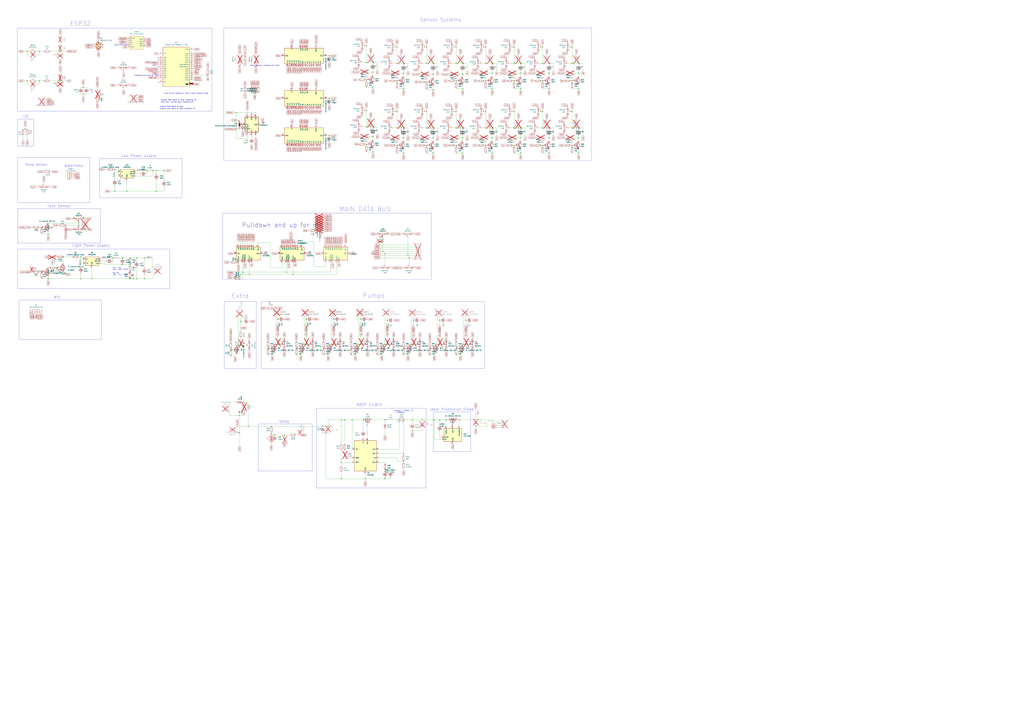
<source format=kicad_sch>
(kicad_sch
	(version 20231120)
	(generator "eeschema")
	(generator_version "8.0")
	(uuid "c26e8d55-0b6e-4c4e-b7c8-b1fed973201c")
	(paper "A0")
	(title_block
		(title "Plant Controller")
		(date "2020-12-21")
		(rev "0.4a")
		(company "C3MA")
	)
	
	(junction
		(at 278.13 502.92)
		(diameter 0)
		(color 0 0 0 0)
		(uuid "006314ff-9060-4674-a7fc-dac02fc6a66c")
	)
	(junction
		(at 314.96 504.19)
		(diameter 0)
		(color 0 0 0 0)
		(uuid "01041127-725b-4ce5-8f58-38fb3fd24a79")
	)
	(junction
		(at 571.5 102.87)
		(diameter 0)
		(color 0 0 0 0)
		(uuid "026b3c24-c4bc-4ca0-82cb-9b3a3781338b")
	)
	(junction
		(at 190.5 198.12)
		(diameter 0)
		(color 0 0 0 0)
		(uuid "044b370d-4a42-4fab-a8a0-78f235931201")
	)
	(junction
		(at 502.92 104.14)
		(diameter 0)
		(color 0 0 0 0)
		(uuid "05921202-6f3d-47e7-afc8-54cf16183806")
	)
	(junction
		(at 424.18 556.26)
		(diameter 0)
		(color 0 0 0 0)
		(uuid "064498dc-e504-4f86-9f3f-c7515e3a87b5")
	)
	(junction
		(at 637.54 177.8)
		(diameter 0)
		(color 0 0 0 0)
		(uuid "067aeb1c-cd17-40a2-9804-d78ecf21918c")
	)
	(junction
		(at 93.98 298.45)
		(diameter 0)
		(color 0 0 0 0)
		(uuid "06d8b90d-baa0-4504-baff-642acafdb6f4")
	)
	(junction
		(at 320.04 400.05)
		(diameter 0)
		(color 0 0 0 0)
		(uuid "09028f9d-45e1-4366-826a-88a396abe002")
	)
	(junction
		(at 671.83 177.8)
		(diameter 0)
		(color 0 0 0 0)
		(uuid "09e9f518-61d1-4fd0-86ec-2ca41f027627")
	)
	(junction
		(at 449.58 400.05)
		(diameter 0)
		(color 0 0 0 0)
		(uuid "0a372b77-1bd4-4b2a-8539-3c6b9cb168d3")
	)
	(junction
		(at 495.3 54.61)
		(diameter 0)
		(color 0 0 0 0)
		(uuid "0b9bd1bd-5d87-4203-ac6d-25f132a9d650")
	)
	(junction
		(at 664.21 168.91)
		(diameter 0)
		(color 0 0 0 0)
		(uuid "0bf93224-513b-43b0-b34e-b83cf88ace50")
	)
	(junction
		(at 31.75 59.69)
		(diameter 0)
		(color 0 0 0 0)
		(uuid "0c801748-df91-4145-83f3-9b19cb585cd0")
	)
	(junction
		(at 433.07 72.39)
		(diameter 0)
		(color 0 0 0 0)
		(uuid "0ebeefe8-2447-4c3c-80b1-d0d61f1efb48")
	)
	(junction
		(at 93.98 323.85)
		(diameter 0)
		(color 0 0 0 0)
		(uuid "0eea3930-0275-4c9f-97c6-e4491faf7ffd")
	)
	(junction
		(at 537.21 73.66)
		(diameter 0)
		(color 0 0 0 0)
		(uuid "0f7c9f5b-15c0-4d15-9880-73614b9dc27c")
	)
	(junction
		(at 289.56 318.77)
		(diameter 0)
		(color 0 0 0 0)
		(uuid "100d0f8b-2f86-49dd-861e-b2d9c9a4a2d9")
	)
	(junction
		(at 478.79 500.38)
		(diameter 0)
		(color 0 0 0 0)
		(uuid "136b5f16-d5fe-4c8a-8508-0e9ad86f8f43")
	)
	(junction
		(at 447.04 294.64)
		(diameter 0)
		(color 0 0 0 0)
		(uuid "14b6b14d-4e33-4c9c-a6d4-2829760e6cc4")
	)
	(junction
		(at 490.22 487.68)
		(diameter 0)
		(color 0 0 0 0)
		(uuid "15c019f7-a03b-47ae-a51c-abc73c51bd40")
	)
	(junction
		(at 563.88 54.61)
		(diameter 0)
		(color 0 0 0 0)
		(uuid "1b762162-080c-4e36-b68b-d3bd15571f83")
	)
	(junction
		(at 368.3 265.43)
		(diameter 0)
		(color 0 0 0 0)
		(uuid "1e71c6eb-62eb-41d4-bfde-df1e7aa7c319")
	)
	(junction
		(at 444.5 280.67)
		(diameter 0)
		(color 0 0 0 0)
		(uuid "1ec24ea8-049a-4547-addf-26eafaa81113")
	)
	(junction
		(at 468.63 85.09)
		(diameter 0)
		(color 0 0 0 0)
		(uuid "1f4e3c83-7f84-4013-8458-3254f2649743")
	)
	(junction
		(at 276.86 401.32)
		(diameter 0)
		(color 0 0 0 0)
		(uuid "2124662e-0101-4907-a279-d22f77f179e9")
	)
	(junction
		(at 419.1 370.84)
		(diameter 0)
		(color 0 0 0 0)
		(uuid "2125b107-250d-44b9-ae2a-63555b15b96b")
	)
	(junction
		(at 271.78 322.58)
		(diameter 0)
		(color 0 0 0 0)
		(uuid "21c9489c-b7e7-411e-8242-06cb982ccdfb")
	)
	(junction
		(at 541.02 400.05)
		(diameter 0)
		(color 0 0 0 0)
		(uuid "225164a2-0641-4a42-83a1-eb3ceb752f37")
	)
	(junction
		(at 387.35 370.84)
		(diameter 0)
		(color 0 0 0 0)
		(uuid "22b03adb-32c5-4612-9736-645d72daaf12")
	)
	(junction
		(at 510.54 487.68)
		(diameter 0)
		(color 0 0 0 0)
		(uuid "243935e2-4f6a-429d-bbc1-4327fafdf466")
	)
	(junction
		(at 368.3 262.89)
		(diameter 0)
		(color 0 0 0 0)
		(uuid "252d4a75-2db7-460c-aaed-b4520213017f")
	)
	(junction
		(at 425.45 92.71)
		(diameter 0)
		(color 0 0 0 0)
		(uuid "25d1ef73-18e6-4b45-b6a0-d161dc281a1c")
	)
	(junction
		(at 158.75 299.72)
		(diameter 0)
		(color 0 0 0 0)
		(uuid "27bdfd08-9fa2-4018-8386-f5f9458ea23f")
	)
	(junction
		(at 407.67 405.13)
		(diameter 0)
		(color 0 0 0 0)
		(uuid "288439ce-4d40-4524-9a56-c937c30e7f5c")
	)
	(junction
		(at 96.52 300.99)
		(diameter 0)
		(color 0 0 0 0)
		(uuid "2977a76b-3c36-4356-9c23-ef25b0e79774")
	)
	(junction
		(at 480.06 400.05)
		(diameter 0)
		(color 0 0 0 0)
		(uuid "2affe026-8dd0-4fb0-90f9-21a8fa9a4bdc")
	)
	(junction
		(at 461.01 148.59)
		(diameter 0)
		(color 0 0 0 0)
		(uuid "30055c98-462c-4777-a626-cf867239e38d")
	)
	(junction
		(at 55.88 323.85)
		(diameter 0)
		(color 0 0 0 0)
		(uuid "30c447cc-ce18-498c-a30a-de1223bde459")
	)
	(junction
		(at 671.83 148.59)
		(diameter 0)
		(color 0 0 0 0)
		(uuid "31a2a121-855b-4cf9-8440-5bbee3de3f05")
	)
	(junction
		(at 433.07 83.82)
		(diameter 0)
		(color 0 0 0 0)
		(uuid "31ba5875-8927-4bfd-a4f8-3adf246769c4")
	)
	(junction
		(at 596.9 93.98)
		(diameter 0)
		(color 0 0 0 0)
		(uuid "32072a9c-d2dd-4fe3-9085-b2b6c66fab96")
	)
	(junction
		(at 66.04 311.15)
		(diameter 0)
		(color 0 0 0 0)
		(uuid "33109daa-b629-475e-bf83-217328126604")
	)
	(junction
		(at 281.94 144.78)
		(diameter 0)
		(color 0 0 0 0)
		(uuid "348bf06b-daf7-4d97-b82c-b8a5bbf3d06b")
	)
	(junction
		(at 322.58 400.05)
		(diameter 0)
		(color 0 0 0 0)
		(uuid "34e846f7-9dcf-4f40-8420-68c319584cee")
	)
	(junction
		(at 433.07 158.75)
		(diameter 0)
		(color 0 0 0 0)
		(uuid "37a79285-75dc-47b1-85e2-e9c3d074f7c7")
	)
	(junction
		(at 381 495.3)
		(diameter 0)
		(color 0 0 0 0)
		(uuid "394a6417-c4c4-43a0-ad22-7a964e628e7d")
	)
	(junction
		(at 571.5 73.66)
		(diameter 0)
		(color 0 0 0 0)
		(uuid "3cc3bd38-c946-4c29-a625-e712e268d838")
	)
	(junction
		(at 314.96 513.08)
		(diameter 0)
		(color 0 0 0 0)
		(uuid "3d8fb177-4b5a-4526-95fd-c4109587c044")
	)
	(junction
		(at 274.32 130.81)
		(diameter 0)
		(color 0 0 0 0)
		(uuid "3e916cc3-c4bb-4a04-9995-635a73841757")
	)
	(junction
		(at 537.21 86.36)
		(diameter 0)
		(color 0 0 0 0)
		(uuid "4120f630-88f8-4958-99c5-be8a6b4772f2")
	)
	(junction
		(at 461.01 93.98)
		(diameter 0)
		(color 0 0 0 0)
		(uuid "4126858c-c206-4bef-b39b-428bcec4deec")
	)
	(junction
		(at 508 400.05)
		(diameter 0)
		(color 0 0 0 0)
		(uuid "415b2ab4-f4dd-4fee-870b-9ba95dac6a8b")
	)
	(junction
		(at 571.5 148.59)
		(diameter 0)
		(color 0 0 0 0)
		(uuid "4406cfee-0ff2-44ef-a1ef-e6149581217c")
	)
	(junction
		(at 29.21 149.86)
		(diameter 0)
		(color 0 0 0 0)
		(uuid "447db467-5e2a-4cce-9c81-3e3ccb72d2ba")
	)
	(junction
		(at 69.85 59.69)
		(diameter 0)
		(color 0 0 0 0)
		(uuid "44bf766d-2222-4637-ada1-6cbff94abbf8")
	)
	(junction
		(at 151.13 323.85)
		(diameter 0)
		(color 0 0 0 0)
		(uuid "44cd3143-c150-4d17-bd07-6ba56767d7c5")
	)
	(junction
		(at 495.3 168.91)
		(diameter 0)
		(color 0 0 0 0)
		(uuid "4593d6e5-bc8e-48f0-9775-93846c33113e")
	)
	(junction
		(at 552.45 487.68)
		(diameter 0)
		(color 0 0 0 0)
		(uuid "464f670a-23da-4072-9135-c7f8cde45344")
	)
	(junction
		(at 353.06 400.05)
		(diameter 0)
		(color 0 0 0 0)
		(uuid "477944b3-0f91-44bb-99ca-1f00b91186f2")
	)
	(junction
		(at 637.54 85.09)
		(diameter 0)
		(color 0 0 0 0)
		(uuid "48fa581b-e31c-40cd-be78-2d3ece0a1d84")
	)
	(junction
		(at 461.01 54.61)
		(diameter 0)
		(color 0 0 0 0)
		(uuid "499fccfc-5e44-4fef-9ee9-4d1fdf9faa8f")
	)
	(junction
		(at 495.3 148.59)
		(diameter 0)
		(color 0 0 0 0)
		(uuid "4bdd9a73-35ba-455b-971d-29ad86479519")
	)
	(junction
		(at 344.17 405.13)
		(diameter 0)
		(color 0 0 0 0)
		(uuid "4c43d807-6025-4458-873e-b0e60bc37c3c")
	)
	(junction
		(at 664.21 54.61)
		(diameter 0)
		(color 0 0 0 0)
		(uuid "4f51b0d3-b93c-48c1-8f94-d8097a17151c")
	)
	(junction
		(at 142.24 299.72)
		(diameter 0)
		(color 0 0 0 0)
		(uuid "4fc5b79a-48b8-4875-b2fa-ce2c0b207ed6")
	)
	(junction
		(at 433.07 176.53)
		(diameter 0)
		(color 0 0 0 0)
		(uuid "5087ffa7-63f2-46a1-b798-fd54a43209da")
	)
	(junction
		(at 419.1 400.05)
		(diameter 0)
		(color 0 0 0 0)
		(uuid "547e0024-8ca5-4fd9-9ed0-6e6fa4efe2d1")
	)
	(junction
		(at 433.07 101.6)
		(diameter 0)
		(color 0 0 0 0)
		(uuid "548c700b-f320-487b-b1e6-213ddcf734d3")
	)
	(junction
		(at 276.86 304.8)
		(diameter 0)
		(color 0 0 0 0)
		(uuid "54c228c6-a419-4461-b51c-f4689ab11c16")
	)
	(junction
		(at 480.06 372.11)
		(diameter 0)
		(color 0 0 0 0)
		(uuid "54f14d31-ee75-4d90-bbd6-d53b9269dae6")
	)
	(junction
		(at 596.9 168.91)
		(diameter 0)
		(color 0 0 0 0)
		(uuid "553fd55b-c9b0-4d42-8fea-fe608c6b3e8f")
	)
	(junction
		(at 504.19 487.68)
		(diameter 0)
		(color 0 0 0 0)
		(uuid "55707df8-1ce8-4b01-b189-1ba64f13e6d9")
	)
	(junction
		(at 447.04 487.68)
		(diameter 0)
		(color 0 0 0 0)
		(uuid "557c9344-c4f5-407c-87a3-c05772708fc7")
	)
	(junction
		(at 425.45 128.27)
		(diameter 0)
		(color 0 0 0 0)
		(uuid "56ab9f7a-a80d-45b5-9f13-38a6ae5e5a2f")
	)
	(junction
		(at 48.26 264.16)
		(diameter 0)
		(color 0 0 0 0)
		(uuid "5a159a05-57fa-411f-9de3-7f0e035fb745")
	)
	(junction
		(at 154.94 323.85)
		(diameter 0)
		(color 0 0 0 0)
		(uuid "5a782664-d096-4b9f-8da4-e576a5adbff8")
	)
	(junction
		(at 468.63 527.05)
		(diameter 0)
		(color 0 0 0 0)
		(uuid "5aef8b40-8452-4805-a5e4-da8d93469853")
	)
	(junction
		(at 604.52 85.09)
		(diameter 0)
		(color 0 0 0 0)
		(uuid "5db28c81-ecda-48cf-9cf5-82a4652c2d72")
	)
	(junction
		(at 596.9 73.66)
		(diameter 0)
		(color 0 0 0 0)
		(uuid "5de7b025-2047-4e98-ad34-d25039409f9e")
	)
	(junction
		(at 311.15 405.13)
		(diameter 0)
		(color 0 0 0 0)
		(uuid "5df117be-4263-48e0-a710-5721bdeecfb9")
	)
	(junction
		(at 382.27 157.48)
		(diameter 0)
		(color 0 0 0 0)
		(uuid "5e7a5161-1647-47d6-9e0b-ff9ce9e31b86")
	)
	(junction
		(at 495.3 95.25)
		(diameter 0)
		(color 0 0 0 0)
		(uuid "5ebba679-b1e7-40e7-a21c-eaac87c82160")
	)
	(junction
		(at 433.07 147.32)
		(diameter 0)
		(color 0 0 0 0)
		(uuid "5ee86e6c-9861-45ff-aaf3-b0ce155250f5")
	)
	(junction
		(at 533.4 487.68)
		(diameter 0)
		(color 0 0 0 0)
		(uuid "60684402-d96a-439d-a47a-f1940a639b1b")
	)
	(junction
		(at 637.54 73.66)
		(diameter 0)
		(color 0 0 0 0)
		(uuid "6283297a-b875-4df2-a42b-317a52403718")
	)
	(junction
		(at 133.35 222.25)
		(diameter 0)
		(color 0 0 0 0)
		(uuid "62e83d49-6450-4f8e-9161-9823cbd9fa8a")
	)
	(junction
		(at 396.24 556.26)
		(diameter 0)
		(color 0 0 0 0)
		(uuid "62e8e510-5776-41a5-b7ef-659764595cf0")
	)
	(junction
		(at 629.92 54.61)
		(diameter 0)
		(color 0 0 0 0)
		(uuid "639a9374-4baa-414a-a5c4-7e13d2852c2e")
	)
	(junction
		(at 468.63 102.87)
		(diameter 0)
		(color 0 0 0 0)
		(uuid "650b02e4-fb4a-4097-88f3-57b476d8f112")
	)
	(junction
		(at 529.59 54.61)
		(diameter 0)
		(color 0 0 0 0)
		(uuid "66f71efe-5a3b-4842-81ad-702f6a9183fb")
	)
	(junction
		(at 332.74 316.23)
		(diameter 0)
		(color 0 0 0 0)
		(uuid "68f4d8af-c27e-4056-a2a9-dbd2514de570")
	)
	(junction
		(at 664.21 93.98)
		(diameter 0)
		(color 0 0 0 0)
		(uuid "690f2dc5-5473-4546-a0f5-1e3f20786db0")
	)
	(junction
		(at 478.79 487.68)
		(diameter 0)
		(color 0 0 0 0)
		(uuid "697147b1-0224-4f54-a454-fb14851852a2")
	)
	(junction
		(at 502.92 73.66)
		(diameter 0)
		(color 0 0 0 0)
		(uuid "6b072436-9cc5-44f0-8cab-e5273772d205")
	)
	(junction
		(at 518.16 487.68)
		(diameter 0)
		(color 0 0 0 0)
		(uuid "6b9d9747-b3ff-43d2-8486-466834aa4452")
	)
	(junction
		(at 447.04 547.37)
		(diameter 0)
		(color 0 0 0 0)
		(uuid "6bee4d3f-40c6-4254-8d07-1c0c6ec2a6f4")
	)
	(junction
		(at 449.58 372.11)
		(diameter 0)
		(color 0 0 0 0)
		(uuid "6c849387-b46a-4c70-adb8-4a7816d1702c")
	)
	(junction
		(at 130.81 299.72)
		(diameter 0)
		(color 0 0 0 0)
		(uuid "6e8888f6-ec84-4dea-a75b-c49e51edec1e")
	)
	(junction
		(at 571.5 177.8)
		(diameter 0)
		(color 0 0 0 0)
		(uuid "6ee7607b-1843-4037-994f-9b421f85c34b")
	)
	(junction
		(at 596.9 148.59)
		(diameter 0)
		(color 0 0 0 0)
		(uuid "708152d4-5c67-4c3c-967a-78dd154354ad")
	)
	(junction
		(at 529.59 93.98)
		(diameter 0)
		(color 0 0 0 0)
		(uuid "718782ac-57c8-435b-9457-ce995955847d")
	)
	(junction
		(at 368.3 257.81)
		(diameter 0)
		(color 0 0 0 0)
		(uuid "7357611e-6eb5-4b44-a3c1-ee563f8ae0ea")
	)
	(junction
		(at 447.04 400.05)
		(diameter 0)
		(color 0 0 0 0)
		(uuid "74872d2f-df92-44ce-a737-7d0693ac46a3")
	)
	(junction
		(at 288.29 495.3)
		(diameter 0)
		(color 0 0 0 0)
		(uuid "74d5e0e4-cd91-4e01-8980-afaf347113fd")
	)
	(junction
		(at 91.44 259.08)
		(diameter 0)
		(color 0 0 0 0)
		(uuid "750169c9-8dda-4196-8b70-7629a1386317")
	)
	(junction
		(at 421.64 487.68)
		(diameter 0)
		(color 0 0 0 0)
		(uuid "792fa4db-0ff6-47c2-b282-e4d8f6701888")
	)
	(junction
		(at 637.54 102.87)
		(diameter 0)
		(color 0 0 0 0)
		(uuid "79ec289a-2f85-4055-9210-f7916fbc3d1f")
	)
	(junction
		(at 596.9 54.61)
		(diameter 0)
		(color 0 0 0 0)
		(uuid "7a5115d1-34f1-4afd-aab6-8c3f89df22ba")
	)
	(junction
		(at 278.13 482.6)
		(diameter 0)
		(color 0 0 0 0)
		(uuid "7a5501a9-aa4e-4c2f-97d2-dcc56d614fb0")
	)
	(junction
		(at 671.83 160.02)
		(diameter 0)
		(color 0 0 0 0)
		(uuid "7e319f56-b85a-4463-b8f9-7ad8f5763ea8")
	)
	(junction
		(at 147.32 222.25)
		(diameter 0)
		(color 0 0 0 0)
		(uuid "7ea02348-2ae2-4ac7-a02a-9029063eb3d7")
	)
	(junction
		(at 637.54 160.02)
		(diameter 0)
		(color 0 0 0 0)
		(uuid "7eac8976-1652-4c0a-a76d-0530fe3ae3ae")
	)
	(junction
		(at 461.01 129.54)
		(diameter 0)
		(color 0 0 0 0)
		(uuid "7f0237e1-1d71-4027-86cb-d7488d6dce27")
	)
	(junction
		(at 281.94 316.23)
		(diameter 0)
		(color 0 0 0 0)
		(uuid "805ba7db-9e85-428e-9f5b-9063e8278c60")
	)
	(junction
		(at 468.63 405.13)
		(diameter 0)
		(color 0 0 0 0)
		(uuid "80f5b8a1-cdbe-4850-a609-339b8c898669")
	)
	(junction
		(at 473.71 297.18)
		(diameter 0)
		(color 0 0 0 0)
		(uuid "819a85d3-cd43-455c-8023-715c1f29dcd2")
	)
	(junction
		(at 502.92 160.02)
		(diameter 0)
		(color 0 0 0 0)
		(uuid "8239b883-7ac0-49ae-91b3-07b3826c7fe2")
	)
	(junction
		(at 73.66 298.45)
		(diameter 0)
		(color 0 0 0 0)
		(uuid "82572895-6594-489b-b5dd-a8b4d09bcb09")
	)
	(junction
		(at 177.8 198.12)
		(diameter 0)
		(color 0 0 0 0)
		(uuid "843e9870-799e-444a-a4e6-716ced5cbe43")
	)
	(junction
		(at 637.54 148.59)
		(diameter 0)
		(color 0 0 0 0)
		(uuid "89062818-c01b-4c5a-a12c-1e35d52780ff")
	)
	(junction
		(at 425.45 53.34)
		(diameter 0)
		(color 0 0 0 0)
		(uuid "89c9668d-eb10-4371-9427-2b0654758741")
	)
	(junction
		(at 400.05 487.68)
		(diameter 0)
		(color 0 0 0 0)
		(uuid "8badbd3a-472d-49c6-9995-2681ebcad861")
	)
	(junction
		(at 563.88 93.98)
		(diameter 0)
		(color 0 0 0 0)
		(uuid "8bd86f79-7f9c-4c30-9dd8-981806e53813")
	)
	(junction
		(at 671.83 102.87)
		(diameter 0)
		(color 0 0 0 0)
		(uuid "8db1d203-e627-40a1-9aa1-eb87a34a27ca")
	)
	(junction
		(at 76.2 261.62)
		(diameter 0)
		(color 0 0 0 0)
		(uuid "8dbf3f53-4dbe-4577-8253-5d3d05e20a7d")
	)
	(junction
		(at 375.92 405.13)
		(diameter 0)
		(color 0 0 0 0)
		(uuid "8ddc18df-7f6d-40fe-971f-5b7ea913cac2")
	)
	(junction
		(at 495.3 73.66)
		(diameter 0)
		(color 0 0 0 0)
		(uuid "91f51afc-74e9-4689-bf90-5b054783b568")
	)
	(junction
		(at 137.16 199.39)
		(diameter 0)
		(color 0 0 0 0)
		(uuid "9330ab14-2e88-49fc-b8ec-647acef19c05")
	)
	(junction
		(at 425.45 147.32)
		(diameter 0)
		(color 0 0 0 0)
		(uuid "93f019f6-1cb2-47ce-ad4a-b71afdbed778")
	)
	(junction
		(at 529.59 129.54)
		(diameter 0)
		(color 0 0 0 0)
		(uuid "943b67a7-896a-4d51-b5a7-cd6889520825")
	)
	(junction
		(at 571.5 160.02)
		(diameter 0)
		(color 0 0 0 0)
		(uuid "944582dc-9ad6-4270-b98c-6b7423b11410")
	)
	(junction
		(at 537.21 148.59)
		(diameter 0)
		(color 0 0 0 0)
		(uuid "957e10ff-76bd-489f-b9fe-ab1fdb884450")
	)
	(junction
		(at 368.3 255.27)
		(diameter 0)
		(color 0 0 0 0)
		(uuid "95e16490-1476-42b0-b339-2eae951bab1c")
	)
	(junction
		(at 151.13 307.34)
		(diameter 0)
		(color 0 0 0 0)
		(uuid "96f15460-13f3-4312-89f8-b71934eaedb8")
	)
	(junction
		(at 671.83 73.66)
		(diameter 0)
		(color 0 0 0 0)
		(uuid "974cb32f-b17f-415b-a3ed-4c573300644d")
	)
	(junction
		(at 106.68 323.85)
		(diameter 0)
		(color 0 0 0 0)
		(uuid "977868cb-abe1-483f-8f43-5a8a20726067")
	)
	(junction
		(at 563.88 168.91)
		(diameter 0)
		(color 0 0 0 0)
		(uuid "979d0b85-f2dc-43e5-91a2-e7e9a479ccd3")
	)
	(junction
		(at 382.27 64.77)
		(diameter 0)
		(color 0 0 0 0)
		(uuid "99de8f7d-0bac-4189-8a58-7eb488261416")
	)
	(junction
		(at 552.45 495.3)
		(diameter 0)
		(color 0 0 0 0)
		(uuid "9a8358d1-ea0c-4e4d-bd7f-459dfdba752f")
	)
	(junction
		(at 571.5 85.09)
		(diameter 0)
		(color 0 0 0 0)
		(uuid "9b65336d-5277-4cda-9817-8d963731baca")
	)
	(junction
		(at 241.3 87.63)
		(diameter 0)
		(color 0 0 0 0)
		(uuid "9d32f91d-40f9-42f9-b044-70d19854227e")
	)
	(junction
		(at 510.54 372.11)
		(diameter 0)
		(color 0 0 0 0)
		(uuid "a1d7e5c8-d217-457c-b56c-ecad97fd4c0e")
	)
	(junction
		(at 538.48 400.05)
		(diameter 0)
		(color 0 0 0 0)
		(uuid "a29c0663-342d-4535-aac0-b31dad8318cf")
	)
	(junction
		(at 45.72 59.69)
		(diameter 0)
		(color 0 0 0 0)
		(uuid "a3104c80-278d-416a-b409-fd08d784c6c7")
	)
	(junction
		(at 563.88 73.66)
		(diameter 0)
		(color 0 0 0 0)
		(uuid "a4f2e3e9-2f62-4ed2-91cb-96ac4bea021e")
	)
	(junction
		(at 355.6 400.05)
		(diameter 0)
		(color 0 0 0 0)
		(uuid "a685894a-983c-450f-b9c3-4d7e6d929974")
	)
	(junction
		(at 425.45 167.64)
		(diameter 0)
		(color 0 0 0 0)
		(uuid "a692c08c-551f-44a7-adb6-606c3bb62932")
	)
	(junction
		(at 167.64 323.85)
		(diameter 0)
		(color 0 0 0 0)
		(uuid "a70da482-a861-4e2f-9d2b-6183a6f0f87e")
	)
	(junction
		(at 629.92 129.54)
		(diameter 0)
		(color 0 0 0 0)
		(uuid "a77abfe7-e262-4002-9648-a4dca1c184b1")
	)
	(junction
		(at 495.3 129.54)
		(diameter 0)
		(color 0 0 0 0)
		(uuid "a7ead05e-fd26-4f6a-98b1-c130e29a0605")
	)
	(junction
		(at 468.63 535.94)
		(diameter 0)
		(color 0 0 0 0)
		(uuid "a8c1d291-f95c-499f-a8f0-8d347b07d19e")
	)
	(junction
		(at 408.94 487.68)
		(diameter 0)
		(color 0 0 0 0)
		(uuid "a90e40e7-9f3e-4a7e-bc30-d292bc1ab9ed")
	)
	(junction
		(at 396.24 487.68)
		(diameter 0)
		(color 0 0 0 0)
		(uuid "a918e227-4862-4ef1-b1b4-1ecbab47421d")
	)
	(junction
		(at 529.59 168.91)
		(diameter 0)
		(color 0 0 0 0)
		(uuid "a97fc95b-6246-49f0-b0cf-bf3aa6f54de2")
	)
	(junction
		(at 99.06 266.7)
		(diameter 0)
		(color 0 0 0 0)
		(uuid "a99f2dd3-1db5-4646-bd5d-42af73cee85a")
	)
	(junction
		(at 378.46 502.92)
		(diameter 0)
		(color 0 0 0 0)
		(uuid "aa0d7669-67ff-4603-888b-7d15a03d73a6")
	)
	(junction
		(at 151.13 299.72)
		(diameter 0)
		(color 0 0 0 0)
		(uuid "aa659c87-6d9f-4a94-913b-ec00337baaa9")
	)
	(junction
		(at 537.21 160.02)
		(diameter 0)
		(color 0 0 0 0)
		(uuid "aa7470b0-25fe-426c-8e11-da1c1d924805")
	)
	(junction
		(at 142.24 307.34)
		(diameter 0)
		(color 0 0 0 0)
		(uuid "ab83cc7b-a4bb-42ce-806a-ad57b1f1f16f")
	)
	(junction
		(at 318.77 505.46)
		(diameter 0)
		(color 0 0 0 0)
		(uuid "ac18742b-0669-4417-bf96-99d1ab0ff75f")
	)
	(junction
		(at 529.59 405.13)
		(diameter 0)
		(color 0 0 0 0)
		(uuid "ac6041ae-1077-46a6-b33a-6e568b0f7d89")
	)
	(junction
		(at 297.18 107.95)
		(diameter 0)
		(color 0 0 0 0)
		(uuid "ad6aca5a-aa99-4b42-a3e4-f6f27dae664e")
	)
	(junction
		(at 355.6 370.84)
		(diameter 0)
		(color 0 0 0 0)
		(uuid "ae161ff6-e303-4db5-b037-b1f45682a4bb")
	)
	(junction
		(at 604.52 73.66)
		(diameter 0)
		(color 0 0 0 0)
		(uuid "af24c530-bace-4098-b28e-8213bb1a8743")
	)
	(junction
		(at 295.91 107.95)
		(diameter 0)
		(color 0 0 0 0)
		(uuid "af4549b6-4e25-4c36-b4d9-5cfa50547ca1")
	)
	(junction
		(at 382.27 114.3)
		(diameter 0)
		(color 0 0 0 0)
		(uuid "b5f987b1-82e9-4d50-afd8-20682cecf96f")
	)
	(junction
		(at 468.63 177.8)
		(diameter 0)
		(color 0 0 0 0)
		(uuid "b88c6033-15ac-4b13-83da-7bbe1c1195dd")
	)
	(junction
		(at 502.92 177.8)
		(diameter 0)
		(color 0 0 0 0)
		(uuid "bb2d97e8-7888-40b3-ad5f-0b2ed971ec7b")
	)
	(junction
		(at 73.66 318.77)
		(diameter 0)
		(color 0 0 0 0)
		(uuid "c1341956-3e76-4b89-ab41-469a1db0015c")
	)
	(junction
		(at 510.54 400.05)
		(diameter 0)
		(color 0 0 0 0)
		(uuid "c1611925-d0ac-42a4-83ae-6844b1cb71e3")
	)
	(junction
		(at 461.01 73.66)
		(diameter 0)
		(color 0 0 0 0)
		(uuid "c1f12c77-fc36-4c4e-9402-b971f8787376")
	)
	(junction
		(at 91.44 261.62)
		(diameter 0)
		(color 0 0 0 0)
		(uuid "c2c812ed-41b4-4200-984f-e76eae1d14de")
	)
	(junction
		(at 45.72 93.98)
		(diameter 0)
		(color 0 0 0 0)
		(uuid "c39add44-ba76-41fb-8f18-28fa0366e282")
	)
	(junction
		(at 314.96 495.3)
		(diameter 0)
		(color 0 0 0 0)
		(uuid "c658b47a-3e79-4147-ac21-89a17ecf409a")
	)
	(junction
		(at 322.58 370.84)
		(diameter 0)
		(color 0 0 0 0)
		(uuid "c6d07995-bb57-4c01-9d40-c8c408016a09")
	)
	(junction
		(at 468.63 73.66)
		(diameter 0)
		(color 0 0 0 0)
		(uuid "c9bcc4dd-2e45-4814-917d-222bf96092ff")
	)
	(junction
		(at 181.61 222.25)
		(diameter 0)
		(color 0 0 0 0)
		(uuid "cac620f5-0af6-41f8-9844-d9f07ee0c129")
	)
	(junction
		(at 396.24 537.21)
		(diameter 0)
		(color 0 0 0 0)
		(uuid "caf08951-498e-42d7-836c-4ada133aecad")
	)
	(junction
		(at 283.21 467.36)
		(diameter 0)
		(color 0 0 0 0)
		(uuid "cb8921f4-3acf-46e6-9e1b-664450a97706")
	)
	(junction
		(at 279.4 373.38)
		(diameter 0)
		(color 0 0 0 0)
		(uuid "cbfbbc2e-484a-4954-8dc2-c7386c5d1301")
	)
	(junction
		(at 529.59 73.66)
		(diameter 0)
		(color 0 0 0 0)
		(uuid "cc4db2b3-7a3d-4ef2-b3b0-bc2a5b38938e")
	)
	(junction
		(at 133.35 196.85)
		(diameter 0)
		(color 0 0 0 0)
		(uuid "cc922bc0-96bd-4b17-b53a-b9b1b8fdaebf")
	)
	(junction
		(at 294.64 107.95)
		(diameter 0)
		(color 0 0 0 0)
		(uuid "cd4269e0-1f42-4344-8d26-de82a41ddaff")
	)
	(junction
		(at 629.92 93.98)
		(diameter 0)
		(color 0 0 0 0)
		(uuid "ceefa2d2-00e3-4b3c-a7ad-0e8ac388ebb9")
	)
	(junction
		(at 604.52 177.8)
		(diameter 0)
		(color 0 0 0 0)
		(uuid "d001e9a1-587b-41cc-81aa-c56d8da361ee")
	)
	(junction
		(at 499.11 405.13)
		(diameter 0)
		(color 0 0 0 0)
		(uuid "d0ccfc37-9d2e-4994-b901-fab6c387aa2a")
	)
	(junction
		(at 537.21 177.8)
		(diameter 0)
		(color 0 0 0 0)
		(uuid "d1010438-7a43-4538-9e86-217bd01f8c14")
	)
	(junction
		(at 368.3 267.97)
		(diameter 0)
		(color 0 0 0 0)
		(uuid "d14a960b-df64-4cee-80fc-25c3debc3b63")
	)
	(junction
		(at 158.75 323.85)
		(diameter 0)
		(color 0 0 0 0)
		(uuid "d17c286e-9606-4cb2-902a-10021903ed9a")
	)
	(junction
		(at 671.83 85.09)
		(diameter 0)
		(color 0 0 0 0)
		(uuid "d1d52e82-91ba-48cd-b468-139b1071e8d5")
	)
	(junction
		(at 31.75 93.98)
		(diameter 0)
		(color 0 0 0 0)
		(uuid "d2b0a197-1410-44de-bdc3-e63959ff5b39")
	)
	(junction
		(at 537.21 102.87)
		(diameter 0)
		(color 0 0 0 0)
		(uuid "d2b90904-e6cb-4742-881e-0fd35570115c")
	)
	(junction
		(at 368.3 252.73)
		(diameter 0)
		(color 0 0 0 0)
		(uuid "d48d5ecb-021c-46d1-b6e1-8cccf5ad30d1")
	)
	(junction
		(at 55.88 271.78)
		(diameter 0)
		(color 0 0 0 0)
		(uuid "d6db9766-b81b-4a66-bc0a-843f0aeb559b")
	)
	(junction
		(at 541.02 372.11)
		(diameter 0)
		(color 0 0 0 0)
		(uuid "d776c8dc-ee54-41b4-8224-e7ddbf0679dc")
	)
	(junction
		(at 438.15 405.13)
		(diameter 0)
		(color 0 0 0 0)
		(uuid "db8fa153-556e-4fc4-a8b6-63a7062d08ed")
	)
	(junction
		(at 425.45 72.39)
		(diameter 0)
		(color 0 0 0 0)
		(uuid "dc8c6e94-1eff-45c1-b92e-b1caf2f34015")
	)
	(junction
		(at 181.61 198.12)
		(diameter 0)
		(color 0 0 0 0)
		(uuid "dd5d2f91-6f31-4419-a01a-1ac3389098ab")
	)
	(junction
		(at 374.65 495.3)
		(diameter 0)
		(color 0 0 0 0)
		(uuid "dda3d65b-6f54-4ee4-b1a0-dc35f1b01992")
	)
	(junction
		(at 170.18 198.12)
		(diameter 0)
		(color 0 0 0 0)
		(uuid "de92b6a6-7a53-41cb-a051-66e1e7d1d440")
	)
	(junction
		(at 368.3 260.35)
		(diameter 0)
		(color 0 0 0 0)
		(uuid "dfafa1ec-5cf4-4609-89b7-e43a37c90c17")
	)
	(junction
		(at 529.59 148.59)
		(diameter 0)
		(color 0 0 0 0)
		(uuid "e018a52d-1f7f-43d2-9757-f2f7c2a0a9c0")
	)
	(junction
		(at 604.52 148.59)
		(diameter 0)
		(color 0 0 0 0)
		(uuid "e0334824-28a0-4a4e-ab6d-b2e5a2ed4e19")
	)
	(junction
		(at 604.52 160.02)
		(diameter 0)
		(color 0 0 0 0)
		(uuid "e03df205-b0f8-4eb0-94ac-6d108b56efdd")
	)
	(junction
		(at 330.2 505.46)
		(diameter 0)
		(color 0 0 0 0)
		(uuid "e2f6e31f-b2af-4b71-9817-61b154679a81")
	)
	(junction
		(at 664.21 73.66)
		(diameter 0)
		(color 0 0 0 0)
		(uuid "e3a79e63-e583-47fd-8a7e-9e2f377a96f0")
	)
	(junction
		(at 267.97 406.4)
		(diameter 0)
		(color 0 0 0 0)
		(uuid "e3bac401-521f-443a-951f-18f502070861")
	)
	(junction
		(at 340.36 318.77)
		(diameter 0)
		(color 0 0 0 0)
		(uuid "e464f851-f7e1-4e95-b3ff-5a5e1e06a88d")
	)
	(junction
		(at 167.64 299.72)
		(diameter 0)
		(color 0 0 0 0)
		(uuid "e48746df-7668-499a-98dc-b9ffcda2bccd")
	)
	(junction
		(at 48.26 316.23)
		(diameter 0)
		(color 0 0 0 0)
		(uuid "e4c2dbc9-3598-4718-afb3-500c7ff75445")
	)
	(junction
		(at 447.04 556.26)
		(diameter 0)
		(color 0 0 0 0)
		(uuid "e5f993bb-4d95-4a9a-b24b-923011bb963a")
	)
	(junction
		(at 387.35 400.05)
		(diameter 0)
		(color 0 0 0 0)
		(uuid "e6344c4b-5e26-4315-8e1d-efd642df3581")
	)
	(junction
		(at 563.88 148.59)
		(diameter 0)
		(color 0 0 0 0)
		(uuid "e76d7a19-9315-45bb-9ea4-e65adba1a7a8")
	)
	(junction
		(at 444.5 292.1)
		(diameter 0)
		(color 0 0 0 0)
		(uuid "e86900c0-86ce-4777-88bb-4f9ecf777fc0")
	)
	(junction
		(at 629.92 168.91)
		(diameter 0)
		(color 0 0 0 0)
		(uuid "e879c254-09e3-4fcf-9f2d-28dd7d9ba433")
	)
	(junction
		(at 468.63 148.59)
		(diameter 0)
		(color 0 0 0 0)
		(uuid "e97dcb44-7b48-4f00-aba6-795f672687ba")
	)
	(junction
		(at 279.4 401.32)
		(diameter 0)
		(color 0 0 0 0)
		(uuid "ea81a12e-80a8-4055-a8fc-17c9562b0042")
	)
	(junction
		(at 279.4 318.77)
		(diameter 0)
		(color 0 0 0 0)
		(uuid "eb134ef6-0e32-46e8-9263-d8797dfe432d")
	)
	(junction
		(at 629.92 73.66)
		(diameter 0)
		(color 0 0 0 0)
		(uuid "ec234dbf-5504-4d77-9942-03edf134f9e0")
	)
	(junction
		(at 96.52 109.22)
		(diameter 0)
		(color 0 0 0 0)
		(uuid "eccbfa59-0c6d-47df-8d18-db1d8a427072")
	)
	(junction
		(at 69.85 93.98)
		(diameter 0)
		(color 0 0 0 0)
		(uuid "ed603a96-a752-490d-9f6b-e11a5c28a267")
	)
	(junction
		(at 629.92 148.59)
		(diameter 0)
		(color 0 0 0 0)
		(uuid "ee1a89d1-031b-4d98-a62d-973c7823ade8")
	)
	(junction
		(at 477.52 400.05)
		(diameter 0)
		(color 0 0 0 0)
		(uuid "ee4ab3a4-59f7-4db1-a482-501b9cb3788f")
	)
	(junction
		(at 474.98 299.72)
		(diameter 0)
		(color 0 0 0 0)
		(uuid "ef25ea8a-6f53-4ead-85fb-dc902e324c3a")
	)
	(junction
		(at 502.92 86.36)
		(diameter 0)
		(color 0 0 0 0)
		(uuid "efdf307e-8d67-430a-8c03-6dab3e4f4f72")
	)
	(junction
		(at 96.52 101.6)
		(diameter 0)
		(color 0 0 0 0)
		(uuid "f1a67806-2122-488a-be9e-3def99cac9b4")
	)
	(junction
		(at 468.63 160.02)
		(diameter 0)
		(color 0 0 0 0)
		(uuid "f3311c3a-ce52-435d-9996-86b7f9c1e897")
	)
	(junction
		(at 384.81 400.05)
		(diameter 0)
		(color 0 0 0 0)
		(uuid "f33c1570-2595-49f1-9ca5-56aecadb8578")
	)
	(junction
		(at 461.01 168.91)
		(diameter 0)
		(color 0 0 0 0)
		(uuid "f46f3c81-f81c-494b-940e-b2a7612a9b00")
	)
	(junction
		(at 502.92 148.59)
		(diameter 0)
		(color 0 0 0 0)
		(uuid "f97a5685-0e9a-42fc-8703-e760793b9fd0")
	)
	(junction
		(at 664.21 148.59)
		(diameter 0)
		(color 0 0 0 0)
		(uuid "fadeb8be-e293-403d-b08e-d4079f1d66c2")
	)
	(junction
		(at 596.9 129.54)
		(diameter 0)
		(color 0 0 0 0)
		(uuid "faf76a27-4651-4082-83d1-9449cc5a0db2")
	)
	(junction
		(at 664.21 129.54)
		(diameter 0)
		(color 0 0 0 0)
		(uuid "fd16341c-1c4c-4bd6-a643-9f711a9c3408")
	)
	(junction
		(at 563.88 129.54)
		(diameter 0)
		(color 0 0 0 0)
		(uuid "fd82d936-40c3-47c3-8f6b-5ed31b17a829")
	)
	(junction
		(at 604.52 102.87)
		(diameter 0)
		(color 0 0 0 0)
		(uuid "fedba8c9-8c3d-4d07-a3e2-646f50f83f6f")
	)
	(junction
		(at 416.56 400.05)
		(diameter 0)
		(color 0 0 0 0)
		(uuid "ff4c02dc-5696-44f6-8008-5806e9acfc7a")
	)
	(no_connect
		(at 38.1 364.49)
		(uuid "133b7027-41a1-4e09-a1e6-24d8bb033b2a")
	)
	(no_connect
		(at 184.15 67.31)
		(uuid "6d645bf1-339f-4b38-a26a-bdd168ca591e")
	)
	(no_connect
		(at 119.38 54.61)
		(uuid "6e3bf7f5-ac34-42e8-8ef5-a375f9ec4670")
	)
	(no_connect
		(at 184.15 69.85)
		(uuid "80156458-0c76-4971-a355-021501422841")
	)
	(no_connect
		(at 35.56 364.49)
		(uuid "a8b1637e-8d2e-4941-b9bd-532be9ff9ba7")
	)
	(no_connect
		(at 148.59 52.07)
		(uuid "ccf8b8c4-8dc6-49dd-82ca-0fc4daa36e35")
	)
	(no_connect
		(at 119.38 52.07)
		(uuid "d86b8e60-6beb-4fca-8d73-f997d63653a6")
	)
	(no_connect
		(at 292.1 132.08)
		(uuid "dd3ce984-3983-4f09-82f2-e087fd9c0ec0")
	)
	(no_connect
		(at 184.15 77.47)
		(uuid "f112b500-a680-49d1-8ed2-1da1c4b8baeb")
	)
	(no_connect
		(at 184.15 87.63)
		(uuid "f3c5dacd-33c5-408d-ad7a-be143502967e")
	)
	(wire
		(pts
			(xy 26.67 157.48) (xy 26.67 162.56)
		)
		(stroke
			(width 0)
			(type default)
		)
		(uuid "003b740f-4a16-46ca-93c7-dff311fe3df9")
	)
	(wire
		(pts
			(xy 157.48 199.39) (xy 157.48 198.12)
		)
		(stroke
			(width 0)
			(type default)
		)
		(uuid "00544d92-b95c-48ab-bded-20aed4215a84")
	)
	(wire
		(pts
			(xy 468.63 99.06) (xy 468.63 102.87)
		)
		(stroke
			(width 0)
			(type default)
		)
		(uuid "00606928-bac5-4408-a3d7-21407fadee68")
	)
	(wire
		(pts
			(xy 41.91 63.5) (xy 45.72 63.5)
		)
		(stroke
			(width 0)
			(type default)
		)
		(uuid "0177a789-58ee-4342-a75b-6dc9759a0292")
	)
	(wire
		(pts
			(xy 176.53 313.69) (xy 176.53 299.72)
		)
		(stroke
			(width 0)
			(type default)
		)
		(uuid "017ff145-3761-41b1-9921-b6b9c4d34ef1")
	)
	(wire
		(pts
			(xy 438.15 81.28) (xy 438.15 72.39)
		)
		(stroke
			(width 0)
			(type default)
		)
		(uuid "01857332-fc13-4684-bb70-f9eee886c3a0")
	)
	(wire
		(pts
			(xy 510.54 372.11) (xy 510.54 377.19)
		)
		(stroke
			(width 0)
			(type default)
		)
		(uuid "019c3cdc-6669-4649-94f3-4ae853aeb18a")
	)
	(wire
		(pts
			(xy 604.52 173.99) (xy 604.52 177.8)
		)
		(stroke
			(width 0)
			(type default)
		)
		(uuid "01eb084a-fac6-4933-81d9-7496a9d7ebe6")
	)
	(wire
		(pts
			(xy 381 487.68) (xy 381 495.3)
		)
		(stroke
			(width 0)
			(type default)
		)
		(uuid "0209f908-9ab2-4859-bfcd-be82dd453d27")
	)
	(wire
		(pts
			(xy 55.88 259.08) (xy 91.44 259.08)
		)
		(stroke
			(width 0)
			(type default)
		)
		(uuid "02ba64d9-e763-4d47-978e-74978085583f")
	)
	(wire
		(pts
			(xy 314.96 513.08) (xy 314.96 516.89)
		)
		(stroke
			(width 0)
			(type default)
		)
		(uuid "02d9f525-81dc-4358-a721-5c3e828397c8")
	)
	(wire
		(pts
			(xy 381 410.21) (xy 381 412.75)
		)
		(stroke
			(width 0)
			(type default)
		)
		(uuid "0404e42b-a8e3-46d1-bd78-a03d3bf9ef75")
	)
	(wire
		(pts
			(xy 571.5 157.48) (xy 571.5 160.02)
		)
		(stroke
			(width 0)
			(type default)
		)
		(uuid "043cb6ff-a5c8-4fbb-82cf-aefb30c6af7f")
	)
	(wire
		(pts
			(xy 502.92 148.59) (xy 502.92 149.86)
		)
		(stroke
			(width 0)
			(type default)
		)
		(uuid "0476c96d-84c7-40c6-a537-1e276919c966")
	)
	(wire
		(pts
			(xy 322.58 368.3) (xy 322.58 370.84)
		)
		(stroke
			(width 0)
			(type default)
		)
		(uuid "0493a217-294f-4dbb-9ddb-266a136d82bf")
	)
	(wire
		(pts
			(xy 447.04 556.26) (xy 447.04 554.99)
		)
		(stroke
			(width 0)
			(type default)
		)
		(uuid "050384b2-02ed-4f35-bf49-9f2b56872ebf")
	)
	(wire
		(pts
			(xy 266.7 467.36) (xy 274.32 467.36)
		)
		(stroke
			(width 0)
			(type default)
		)
		(uuid "0528c3df-8906-4063-94f0-6f2c8cf50025")
	)
	(wire
		(pts
			(xy 441.96 297.18) (xy 473.71 297.18)
		)
		(stroke
			(width 0)
			(type default)
		)
		(uuid "060df674-6c99-455c-90bc-a6a9efc03924")
	)
	(wire
		(pts
			(xy 537.21 410.21) (xy 534.67 410.21)
		)
		(stroke
			(width 0)
			(type default)
		)
		(uuid "064a38e2-3216-4113-a380-67f38427a639")
	)
	(wire
		(pts
			(xy 408.94 521.97) (xy 408.94 487.68)
		)
		(stroke
			(width 0)
			(type default)
		)
		(uuid "06aab875-7c24-44e0-af16-3ef5b38c789f")
	)
	(wire
		(pts
			(xy 177.8 323.85) (xy 177.8 316.23)
		)
		(stroke
			(width 0)
			(type default)
		)
		(uuid "0707b3d1-d988-44db-8586-ffdfd16b4e1a")
	)
	(wire
		(pts
			(xy 190.5 198.12) (xy 190.5 209.55)
		)
		(stroke
			(width 0)
			(type default)
		)
		(uuid "073a5a3e-ce2a-4308-9d5f-8e5083d6900a")
	)
	(wire
		(pts
			(xy 468.63 102.87) (xy 468.63 104.14)
		)
		(stroke
			(width 0)
			(type default)
		)
		(uuid "0802fcfa-31f6-4de3-837d-50a67ccd2733")
	)
	(wire
		(pts
			(xy 449.58 400.05) (xy 447.04 400.05)
		)
		(stroke
			(width 0)
			(type default)
		)
		(uuid "084fded9-cfee-400e-9325-0f602e45de35")
	)
	(wire
		(pts
			(xy 468.63 73.66) (xy 461.01 73.66)
		)
		(stroke
			(width 0)
			(type default)
		)
		(uuid "086d707f-71ed-4ce7-ae50-77e1a1bb4743")
	)
	(wire
		(pts
			(xy 426.72 495.3) (xy 426.72 509.27)
		)
		(stroke
			(width 0)
			(type default)
		)
		(uuid "0a41d184-a92a-423a-a1ed-8403bc262715")
	)
	(wire
		(pts
			(xy 529.59 403.86) (xy 529.59 405.13)
		)
		(stroke
			(width 0)
			(type default)
		)
		(uuid "0b0ca2cc-5b1f-45a8-87ce-17db11d51839")
	)
	(wire
		(pts
			(xy 576.58 73.66) (xy 571.5 73.66)
		)
		(stroke
			(width 0)
			(type default)
		)
		(uuid "0bfb4148-db3c-4ac8-b372-638382bf488e")
	)
	(wire
		(pts
			(xy 154.94 323.85) (xy 158.75 323.85)
		)
		(stroke
			(width 0)
			(type default)
		)
		(uuid "0c38d0d8-b4f2-443e-af1f-eea7d894e6db")
	)
	(wire
		(pts
			(xy 671.83 148.59) (xy 664.21 148.59)
		)
		(stroke
			(width 0)
			(type default)
		)
		(uuid "0c88fde5-da71-472a-8f1d-0375025b916d")
	)
	(wire
		(pts
			(xy 473.71 148.59) (xy 468.63 148.59)
		)
		(stroke
			(width 0)
			(type default)
		)
		(uuid "0c904f6f-bf4f-422a-a5de-15ea8badc359")
	)
	(wire
		(pts
			(xy 528.32 93.98) (xy 529.59 93.98)
		)
		(stroke
			(width 0)
			(type default)
		)
		(uuid "0d6bafbb-6da8-4db3-8cb2-2d07dbc1f80c")
	)
	(wire
		(pts
			(xy 468.63 173.99) (xy 468.63 177.8)
		)
		(stroke
			(width 0)
			(type default)
		)
		(uuid "0de4fa0b-b6e3-42c1-a7b0-e2e7921e8012")
	)
	(wire
		(pts
			(xy 382.27 64.77) (xy 383.54 64.77)
		)
		(stroke
			(width 0)
			(type default)
		)
		(uuid "0e4a0b7f-4ba1-4e0e-b717-a158f4226979")
	)
	(wire
		(pts
			(xy 533.4 487.68) (xy 533.4 495.3)
		)
		(stroke
			(width 0)
			(type default)
		)
		(uuid "0eaa1397-d5f3-4146-853a-480b80af26af")
	)
	(wire
		(pts
			(xy 55.88 323.85) (xy 93.98 323.85)
		)
		(stroke
			(width 0)
			(type default)
		)
		(uuid "0eb9dc12-a443-4a66-a7f6-19cd17c4e3f4")
	)
	(wire
		(pts
			(xy 664.21 146.05) (xy 664.21 148.59)
		)
		(stroke
			(width 0)
			(type default)
		)
		(uuid "0ee90775-6921-419c-b110-dfc80b7dc670")
	)
	(wire
		(pts
			(xy 676.91 82.55) (xy 676.91 73.66)
		)
		(stroke
			(width 0)
			(type default)
		)
		(uuid "0f5baf41-5991-439e-91c6-c8d5e1c9548d")
	)
	(wire
		(pts
			(xy 167.64 318.77) (xy 167.64 323.85)
		)
		(stroke
			(width 0)
			(type default)
		)
		(uuid "0fe4f881-4955-4cd0-aff7-2d7b488e293f")
	)
	(wire
		(pts
			(xy 537.21 148.59) (xy 529.59 148.59)
		)
		(stroke
			(width 0)
			(type default)
		)
		(uuid "102bb86c-7978-4041-87a5-5b198f7ab78d")
	)
	(wire
		(pts
			(xy 637.54 99.06) (xy 637.54 102.87)
		)
		(stroke
			(width 0)
			(type default)
		)
		(uuid "1057b6ad-ce5c-42d3-8ba1-d22793d47382")
	)
	(wire
		(pts
			(xy 106.68 323.85) (xy 106.68 311.15)
		)
		(stroke
			(width 0)
			(type default)
		)
		(uuid "10f2d3f2-7228-401e-81f4-409d093205d1")
	)
	(wire
		(pts
			(xy 473.71 297.18) (xy 480.06 297.18)
		)
		(stroke
			(width 0)
			(type default)
		)
		(uuid "11eaf6c9-3903-4fd2-bae9-169cb5b432f4")
	)
	(wire
		(pts
			(xy 421.64 487.68) (xy 421.64 500.38)
		)
		(stroke
			(width 0)
			(type default)
		)
		(uuid "11fcb7a2-4722-4e65-bbb7-34261f7450cb")
	)
	(wire
		(pts
			(xy 676.91 73.66) (xy 671.83 73.66)
		)
		(stroke
			(width 0)
			(type default)
		)
		(uuid "121cad29-6625-4630-8e2f-e0133815049d")
	)
	(wire
		(pts
			(xy 528.32 168.91) (xy 529.59 168.91)
		)
		(stroke
			(width 0)
			(type default)
		)
		(uuid "1330e4f4-5c83-4733-8478-4bb3395b6583")
	)
	(wire
		(pts
			(xy 637.54 177.8) (xy 637.54 179.07)
		)
		(stroke
			(width 0)
			(type default)
		)
		(uuid "137ee87c-6003-4805-bdab-e093f4b16e4b")
	)
	(wire
		(pts
			(xy 576.58 496.57) (xy 581.66 496.57)
		)
		(stroke
			(width 0)
			(type default)
		)
		(uuid "1420086b-ad61-45b6-89da-463d19919d90")
	)
	(wire
		(pts
			(xy 468.63 403.86) (xy 468.63 405.13)
		)
		(stroke
			(width 0)
			(type default)
		)
		(uuid "14243c4c-5859-4c53-8bc7-a7f574a3e6ea")
	)
	(wire
		(pts
			(xy 387.35 370.84) (xy 387.35 375.92)
		)
		(stroke
			(width 0)
			(type default)
		)
		(uuid "145d7c29-86b5-4096-8cd2-829e11acb6dd")
	)
	(wire
		(pts
			(xy 629.92 85.09) (xy 637.54 85.09)
		)
		(stroke
			(width 0)
			(type default)
		)
		(uuid "151782c2-0a57-484c-a3ed-91621c6d2efb")
	)
	(wire
		(pts
			(xy 383.54 304.8) (xy 383.54 316.23)
		)
		(stroke
			(width 0)
			(type default)
		)
		(uuid "151ec8a6-6b4b-446c-b1c4-0ad8fa8e5267")
	)
	(wire
		(pts
			(xy 461.01 102.87) (xy 468.63 102.87)
		)
		(stroke
			(width 0)
			(type default)
		)
		(uuid "152bd798-bb41-4b0a-9bab-cca3e233a310")
	)
	(wire
		(pts
			(xy 495.3 86.36) (xy 502.92 86.36)
		)
		(stroke
			(width 0)
			(type default)
		)
		(uuid "15af01a4-7363-43c2-898d-32d02445b190")
	)
	(wire
		(pts
			(xy 278.13 482.6) (xy 283.21 482.6)
		)
		(stroke
			(width 0)
			(type default)
		)
		(uuid "15e8b968-0e04-4252-9336-7658e7b54757")
	)
	(wire
		(pts
			(xy 313.69 281.94) (xy 313.69 311.15)
		)
		(stroke
			(width 0)
			(type default)
		)
		(uuid "1643dc17-67a4-4276-b906-8e110b5a4db1")
	)
	(wire
		(pts
			(xy 121.92 306.07) (xy 121.92 307.34)
		)
		(stroke
			(width 0)
			(type default)
		)
		(uuid "1662880d-510e-44c1-8b04-8959570bc69c")
	)
	(wire
		(pts
			(xy 447.04 547.37) (xy 453.39 547.37)
		)
		(stroke
			(width 0)
			(type default)
		)
		(uuid "17212720-fad1-4f83-8921-c674ba265306")
	)
	(wire
		(pts
			(xy 461.01 177.8) (xy 468.63 177.8)
		)
		(stroke
			(width 0)
			(type default)
		)
		(uuid "17232334-77b9-4b10-a352-572c64803161")
	)
	(wire
		(pts
			(xy 281.94 280.67) (xy 281.94 284.48)
		)
		(stroke
			(width 0)
			(type default)
		)
		(uuid "172d4fd8-7bff-429c-abc2-cadbc760d3c0")
	)
	(wire
		(pts
			(xy 595.63 93.98) (xy 596.9 93.98)
		)
		(stroke
			(width 0)
			(type default)
		)
		(uuid "173912b7-80ac-42ee-ac3a-e24169cc1c0c")
	)
	(wire
		(pts
			(xy 447.04 487.68) (xy 447.04 491.49)
		)
		(stroke
			(width 0)
			(type default)
		)
		(uuid "174baa3f-15cc-4d6b-a8a7-81ac7f1c086b")
	)
	(wire
		(pts
			(xy 441.96 294.64) (xy 447.04 294.64)
		)
		(stroke
			(width 0)
			(type default)
		)
		(uuid "17d06448-1b30-4930-9792-0def7c880cc4")
	)
	(wire
		(pts
			(xy 379.73 114.3) (xy 382.27 114.3)
		)
		(stroke
			(width 0)
			(type default)
		)
		(uuid "1935ef91-9597-4529-b7c2-05133a2e7c76")
	)
	(wire
		(pts
			(xy 478.79 487.68) (xy 471.17 487.68)
		)
		(stroke
			(width 0)
			(type default)
		)
		(uuid "1a27428f-f9e8-4cb1-ac92-6d01825ad822")
	)
	(wire
		(pts
			(xy 476.25 410.21) (xy 473.71 410.21)
		)
		(stroke
			(width 0)
			(type default)
		)
		(uuid "1a42552e-26df-4cc9-8b77-e0263dfe1f2b")
	)
	(wire
		(pts
			(xy 96.52 109.22) (xy 96.52 111.76)
		)
		(stroke
			(width 0)
			(type default)
		)
		(uuid "1ab70c7f-b32b-445d-9855-6db940558137")
	)
	(wire
		(pts
			(xy 383.54 410.21) (xy 381 410.21)
		)
		(stroke
			(width 0)
			(type default)
		)
		(uuid "1ac57f67-5331-4ab5-8e31-a0bea0b41fcb")
	)
	(wire
		(pts
			(xy 275.59 304.8) (xy 276.86 304.8)
		)
		(stroke
			(width 0)
			(type default)
		)
		(uuid "1af34761-dc49-4d18-bbf4-1492f4cc1d8d")
	)
	(wire
		(pts
			(xy 671.83 173.99) (xy 671.83 177.8)
		)
		(stroke
			(width 0)
			(type default)
		)
		(uuid "1b0cd9f2-1322-4424-ad84-3ada63576068")
	)
	(wire
		(pts
			(xy 364.49 280.67) (xy 364.49 309.88)
		)
		(stroke
			(width 0)
			(type default)
		)
		(uuid "1b13bf45-f7bf-409c-89e7-2d94b10b9f05")
	)
	(wire
		(pts
			(xy 375.92 403.86) (xy 375.92 405.13)
		)
		(stroke
			(width 0)
			(type default)
		)
		(uuid "1b625d5a-479b-41b9-a3a8-47ae6c7f29d3")
	)
	(wire
		(pts
			(xy 292.1 107.95) (xy 294.64 107.95)
		)
		(stroke
			(width 0)
			(type default)
		)
		(uuid "1b97e5db-dcb2-40d2-9dcf-77e275019034")
	)
	(wire
		(pts
			(xy 368.3 257.81) (xy 368.3 255.27)
		)
		(stroke
			(width 0)
			(type default)
		)
		(uuid "1c82722a-9caa-42ac-af8c-0e1c7f2759cb")
	)
	(wire
		(pts
			(xy 433.07 147.32) (xy 425.45 147.32)
		)
		(stroke
			(width 0)
			(type default)
		)
		(uuid "1c8f115f-7903-4b5b-b011-973cfcdd63b9")
	)
	(wire
		(pts
			(xy 396.24 487.68) (xy 400.05 487.68)
		)
		(stroke
			(width 0)
			(type default)
		)
		(uuid "1c9083a6-61da-4efe-9171-1328453ec2d4")
	)
	(wire
		(pts
			(xy 43.18 59.69) (xy 45.72 59.69)
		)
		(stroke
			(width 0)
			(type default)
		)
		(uuid "1ca63fb6-baf6-4191-bb5e-78a70eea690f")
	)
	(wire
		(pts
			(xy 495.3 71.12) (xy 495.3 73.66)
		)
		(stroke
			(width 0)
			(type default)
		)
		(uuid "1dbbfbff-1290-4932-a4dd-1fda4eab15f4")
	)
	(wire
		(pts
			(xy 447.04 499.11) (xy 447.04 505.46)
		)
		(stroke
			(width 0)
			(type default)
		)
		(uuid "1e2552d9-9724-4da3-b053-9bbfc1f61075")
	)
	(wire
		(pts
			(xy 133.35 196.85) (xy 137.16 196.85)
		)
		(stroke
			(width 0)
			(type default)
		)
		(uuid "1e9e6f78-f74a-4312-9046-e9429cce41e3")
	)
	(wire
		(pts
			(xy 93.98 317.5) (xy 93.98 323.85)
		)
		(stroke
			(width 0)
			(type default)
		)
		(uuid "1f544439-62d6-4fe2-b870-134219dddadd")
	)
	(wire
		(pts
			(xy 322.58 400.05) (xy 325.12 400.05)
		)
		(stroke
			(width 0)
			(type default)
		)
		(uuid "1fd115d1-16d6-4324-bc7d-4089b4d55531")
	)
	(wire
		(pts
			(xy 177.8 198.12) (xy 181.61 198.12)
		)
		(stroke
			(width 0)
			(type default)
		)
		(uuid "20166631-ceea-4df6-aaa0-7b9dea7af3a7")
	)
	(wire
		(pts
			(xy 664.21 129.54) (xy 664.21 143.51)
		)
		(stroke
			(width 0)
			(type default)
		)
		(uuid "205ed14b-43e3-47ce-a705-b7ffe767a3bd")
	)
	(wire
		(pts
			(xy 424.18 549.91) (xy 424.18 556.26)
		)
		(stroke
			(width 0)
			(type default)
		)
		(uuid "20e05776-bb36-45f6-879c-6b48515ed676")
	)
	(wire
		(pts
			(xy 294.64 107.95) (xy 295.91 107.95)
		)
		(stroke
			(width 0)
			(type default)
		)
		(uuid "218336e3-6b79-4da2-91cb-b3cdde2a22c9")
	)
	(wire
		(pts
			(xy 69.85 93.98) (xy 77.47 93.98)
		)
		(stroke
			(width 0)
			(type default)
		)
		(uuid "21cbfe94-5ca9-4e05-91f8-af8286db52f0")
	)
	(wire
		(pts
			(xy 664.21 102.87) (xy 671.83 102.87)
		)
		(stroke
			(width 0)
			(type default)
		)
		(uuid "21db64db-ae25-4ed4-ba6c-454a1ec3a9d6")
	)
	(wire
		(pts
			(xy 190.5 198.12) (xy 191.77 198.12)
		)
		(stroke
			(width 0)
			(type default)
		)
		(uuid "21fd04de-04fd-44fe-ac95-32032975b306")
	)
	(wire
		(pts
			(xy 387.35 400.05) (xy 384.81 400.05)
		)
		(stroke
			(width 0)
			(type default)
		)
		(uuid "225727fe-ab8d-4bd3-a8f2-eff094aded6f")
	)
	(wire
		(pts
			(xy 374.65 502.92) (xy 378.46 502.92)
		)
		(stroke
			(width 0)
			(type default)
		)
		(uuid "22f2b876-d648-4df6-8c01-01d9cb0b034b")
	)
	(wire
		(pts
			(xy 292.1 280.67) (xy 292.1 284.48)
		)
		(stroke
			(width 0)
			(type default)
		)
		(uuid "230e594e-e0f6-43f8-8ace-db2210d8351b")
	)
	(wire
		(pts
			(xy 537.21 157.48) (xy 537.21 160.02)
		)
		(stroke
			(width 0)
			(type default)
		)
		(uuid "2316d707-ce66-4d1a-846a-eb69097f246c")
	)
	(wire
		(pts
			(xy 537.21 102.87) (xy 537.21 104.14)
		)
		(stroke
			(width 0)
			(type default)
		)
		(uuid "235bcce2-6e32-4425-8196-88bc6a915ec2")
	)
	(wire
		(pts
			(xy 495.3 95.25) (xy 495.3 96.52)
		)
		(stroke
			(width 0)
			(type default)
		)
		(uuid "23a816c4-aa67-4190-92d9-7f2d3232ae8b")
	)
	(wire
		(pts
			(xy 525.78 73.66) (xy 529.59 73.66)
		)
		(stroke
			(width 0)
			(type default)
		)
		(uuid "23c499f6-fe75-4947-8780-43eea5e19e25")
	)
	(wire
		(pts
			(xy 508 82.55) (xy 508 73.66)
		)
		(stroke
			(width 0)
			(type default)
		)
		(uuid "23cff2fb-8187-4cf3-bea1-337da657f53b")
	)
	(wire
		(pts
			(xy 629.92 160.02) (xy 637.54 160.02)
		)
		(stroke
			(width 0)
			(type default)
		)
		(uuid "23e538ae-4a63-4b33-b94c-b67af73b964a")
	)
	(wire
		(pts
			(xy 271.78 322.58) (xy 271.78 323.85)
		)
		(stroke
			(width 0)
			(type default)
		)
		(uuid "23e8c9c3-93be-44ca-8fad-c83dd18ac0c8")
	)
	(wire
		(pts
			(xy 461.01 85.09) (xy 468.63 85.09)
		)
		(stroke
			(width 0)
			(type default)
		)
		(uuid "24c4606f-d712-406d-a075-9652f35da616")
	)
	(wire
		(pts
			(xy 177.8 313.69) (xy 176.53 313.69)
		)
		(stroke
			(width 0)
			(type default)
		)
		(uuid "24d5a1d7-eab1-4fdc-880c-67b29d5ed8be")
	)
	(wire
		(pts
			(xy 151.13 299.72) (xy 158.75 299.72)
		)
		(stroke
			(width 0)
			(type default)
		)
		(uuid "24d698b3-98c5-4867-9cd4-848fd9dc13e0")
	)
	(wire
		(pts
			(xy 504.19 487.68) (xy 510.54 487.68)
		)
		(stroke
			(width 0)
			(type default)
		)
		(uuid "24fcaa02-4bb9-49a9-b62f-591045295a2c")
	)
	(wire
		(pts
			(xy 408.94 487.68) (xy 421.64 487.68)
		)
		(stroke
			(width 0)
			(type default)
		)
		(uuid "25300427-d889-42f1-80d7-8665ba50c0cd")
	)
	(wire
		(pts
			(xy 424.18 167.64) (xy 425.45 167.64)
		)
		(stroke
			(width 0)
			(type default)
		)
		(uuid "25f9db5c-9445-4797-88f6-2bad873397a7")
	)
	(wire
		(pts
			(xy 55.88 323.85) (xy 55.88 325.12)
		)
		(stroke
			(width 0)
			(type default)
		)
		(uuid "2603baa1-4d89-428c-a8d6-5ac49f2c7ccc")
	)
	(wire
		(pts
			(xy 552.45 487.68) (xy 571.5 487.68)
		)
		(stroke
			(width 0)
			(type default)
		)
		(uuid "26109e48-a0da-4bdf-a301-6e28f291122e")
	)
	(wire
		(pts
			(xy 26.67 149.86) (xy 29.21 149.86)
		)
		(stroke
			(width 0)
			(type default)
		)
		(uuid "268996a4-bb7b-4591-b8fb-c8c860dffe7f")
	)
	(wire
		(pts
			(xy 314.96 504.19) (xy 318.77 504.19)
		)
		(stroke
			(width 0)
			(type default)
		)
		(uuid "27176ca7-59c0-40ba-b5f4-c0bd8b3e84f0")
	)
	(wire
		(pts
			(xy 449.58 391.16) (xy 449.58 392.43)
		)
		(stroke
			(width 0)
			(type default)
		)
		(uuid "2719a208-92b7-4d43-bef1-5fdf531dcc2b")
	)
	(wire
		(pts
			(xy 604.52 82.55) (xy 604.52 85.09)
		)
		(stroke
			(width 0)
			(type default)
		)
		(uuid "276c3727-2bbe-4fbc-9605-8c7d0d5f32e3")
	)
	(wire
		(pts
			(xy 566.42 488.95) (xy 566.42 495.3)
		)
		(stroke
			(width 0)
			(type default)
		)
		(uuid "2774d105-baae-4bf3-907a-6369e7a11cb6")
	)
	(wire
		(pts
			(xy 495.3 168.91) (xy 495.3 170.18)
		)
		(stroke
			(width 0)
			(type default)
		)
		(uuid "2777a3c2-c262-4099-a48a-06dc6a51d948")
	)
	(wire
		(pts
			(xy 266.7 473.71) (xy 266.7 467.36)
		)
		(stroke
			(width 0)
			(type default)
		)
		(uuid "27d81ffc-e2d5-43d3-90f3-9651041cc0bd")
	)
	(wire
		(pts
			(xy 563.88 127) (xy 563.88 129.54)
		)
		(stroke
			(width 0)
			(type default)
		)
		(uuid "27e178fa-909b-451d-ad02-b3b14540750d")
	)
	(wire
		(pts
			(xy 518.16 487.68) (xy 518.16 495.3)
		)
		(stroke
			(width 0)
			(type default)
		)
		(uuid "28530000-eddc-4c34-9554-b2015ae06c60")
	)
	(wire
		(pts
			(xy 537.21 177.8) (xy 537.21 179.07)
		)
		(stroke
			(width 0)
			(type default)
		)
		(uuid "285c293f-0de1-44ca-bff9-90ed0b00a5d0")
	)
	(wire
		(pts
			(xy 444.5 292.1) (xy 480.06 292.1)
		)
		(stroke
			(width 0)
			(type default)
		)
		(uuid "294bf675-c75c-4db5-9d93-669f658dc6d1")
	)
	(wire
		(pts
			(xy 596.9 71.12) (xy 596.9 73.66)
		)
		(stroke
			(width 0)
			(type default)
		)
		(uuid "298d6f51-ec0a-4dc8-9f47-a95341226093")
	)
	(wire
		(pts
			(xy 537.21 160.02) (xy 537.21 163.83)
		)
		(stroke
			(width 0)
			(type default)
		)
		(uuid "29f03336-b559-40e8-b519-0fa2e342363c")
	)
	(wire
		(pts
			(xy 355.6 368.3) (xy 355.6 370.84)
		)
		(stroke
			(width 0)
			(type default)
		)
		(uuid "29f83e3d-edca-449e-ac06-16627823963f")
	)
	(wire
		(pts
			(xy 468.63 157.48) (xy 468.63 160.02)
		)
		(stroke
			(width 0)
			(type default)
		)
		(uuid "2be0bf74-7579-4aa2-bb56-e51046929f74")
	)
	(wire
		(pts
			(xy 433.07 97.79) (xy 433.07 101.6)
		)
		(stroke
			(width 0)
			(type default)
		)
		(uuid "2d5fcad7-d12b-4207-8f51-e8a4865439d2")
	)
	(wire
		(pts
			(xy 552.45 497.84) (xy 552.45 495.3)
		)
		(stroke
			(width 0)
			(type default)
		)
		(uuid "2d7b2eb8-5f41-4420-a36e-05c42c73ab1e")
	)
	(wire
		(pts
			(xy 637.54 102.87) (xy 637.54 104.14)
		)
		(stroke
			(width 0)
			(type default)
		)
		(uuid "2d8fe3e2-5e2d-4429-8d23-53361cec5117")
	)
	(wire
		(pts
			(xy 637.54 82.55) (xy 637.54 85.09)
		)
		(stroke
			(width 0)
			(type default)
		)
		(uuid "2dac346e-ddeb-41c8-bc81-0507dbd836c4")
	)
	(wire
		(pts
			(xy 93.98 323.85) (xy 106.68 323.85)
		)
		(stroke
			(width 0)
			(type default)
		)
		(uuid "2e1f4fd6-4e38-44f8-a430-3e311b1357c3")
	)
	(wire
		(pts
			(xy 571.5 173.99) (xy 571.5 177.8)
		)
		(stroke
			(width 0)
			(type default)
		)
		(uuid "2e93af14-1e07-49b3-aaa5-2b361c6996b7")
	)
	(wire
		(pts
			(xy 447.04 537.21) (xy 447.04 538.48)
		)
		(stroke
			(width 0)
			(type default)
		)
		(uuid "2edec9f4-38fb-4b9d-8161-fd37b6066865")
	)
	(wire
		(pts
			(xy 157.48 198.12) (xy 170.18 198.12)
		)
		(stroke
			(width 0)
			(type default)
		)
		(uuid "2f0e34dc-23a1-4343-99fe-934ebcfe6876")
	)
	(wire
		(pts
			(xy 563.88 160.02) (xy 571.5 160.02)
		)
		(stroke
			(width 0)
			(type default)
		)
		(uuid "2fbcb8db-1e6b-48dd-ae2b-4db7e99ff621")
	)
	(wire
		(pts
			(xy 241.3 87.63) (xy 241.3 88.9)
		)
		(stroke
			(width 0)
			(type default)
		)
		(uuid "300e623b-0a9c-4423-aa64-510875be6be9")
	)
	(wire
		(pts
			(xy 495.3 127) (xy 495.3 129.54)
		)
		(stroke
			(width 0)
			(type default)
		)
		(uuid "308e0fbd-1090-4292-b1f8-e4a3846fc20b")
	)
	(wire
		(pts
			(xy 534.67 412.75) (xy 529.59 412.75)
		)
		(stroke
			(width 0)
			(type default)
		)
		(uuid "31053fbe-5a8d-4384-8e5d-1475344e549a")
	)
	(wire
		(pts
			(xy 93.98 298.45) (xy 96.52 298.45)
		)
		(stroke
			(width 0)
			(type default)
		)
		(uuid "3109d7b5-1927-4c15-98f6-fb1b878310bd")
	)
	(wire
		(pts
			(xy 463.55 521.97) (xy 439.42 521.97)
		)
		(stroke
			(width 0)
			(type default)
		)
		(uuid "31390281-48bb-44f1-a867-ce67726b009c")
	)
	(wire
		(pts
			(xy 529.59 160.02) (xy 537.21 160.02)
		)
		(stroke
			(width 0)
			(type default)
		)
		(uuid "313996a9-629c-45d5-93a2-6009fb02d740")
	)
	(wire
		(pts
			(xy 510.54 400.05) (xy 508 400.05)
		)
		(stroke
			(width 0)
			(type default)
		)
		(uuid "315b9eab-2c7c-4a24-82d4-24b58aa2faf3")
	)
	(wire
		(pts
			(xy 495.3 177.8) (xy 502.92 177.8)
		)
		(stroke
			(width 0)
			(type default)
		)
		(uuid "3164a23b-ed00-4d8c-ab18-da65e4948408")
	)
	(wire
		(pts
			(xy 34.29 97.79) (xy 31.75 97.79)
		)
		(stroke
			(width 0)
			(type default)
		)
		(uuid "31699884-19e8-4f5a-acb0-7aab16d601da")
	)
	(wire
		(pts
			(xy 480.06 372.11) (xy 480.06 377.19)
		)
		(stroke
			(width 0)
			(type default)
		)
		(uuid "3183b85b-995c-45aa-b02c-fb08b271598c")
	)
	(wire
		(pts
			(xy 45.72 63.5) (xy 45.72 59.69)
		)
		(stroke
			(width 0)
			(type default)
		)
		(uuid "31bf5f35-13b7-4fbb-8116-6685511be1f0")
	)
	(wire
		(pts
			(xy 438.15 403.86) (xy 438.15 405.13)
		)
		(stroke
			(width 0)
			(type default)
		)
		(uuid "31c5ee72-e36b-4ab5-8d1e-309f5ff8b25b")
	)
	(wire
		(pts
			(xy 133.35 196.85) (xy 133.35 208.28)
		)
		(stroke
			(width 0)
			(type default)
		)
		(uuid "3215aaf6-8acf-4b11-ae76-847f8bc48217")
	)
	(wire
		(pts
			(xy 494.03 168.91) (xy 495.3 168.91)
		)
		(stroke
			(width 0)
			(type default)
		)
		(uuid "3237a477-7473-41ac-b972-59540db4f6ab")
	)
	(wire
		(pts
			(xy 563.88 71.12) (xy 563.88 73.66)
		)
		(stroke
			(width 0)
			(type default)
		)
		(uuid "32a4d89b-bf99-4dfb-8c27-d43be0c88fb9")
	)
	(wire
		(pts
			(xy 510.54 400.05) (xy 513.08 400.05)
		)
		(stroke
			(width 0)
			(type default)
		)
		(uuid "33007fc6-5c2c-47bf-bdd3-dee31c959d2c")
	)
	(wire
		(pts
			(xy 396.24 537.21) (xy 408.94 537.21)
		)
		(stroke
			(width 0)
			(type default)
		)
		(uuid "3374cba2-0c70-4fd8-9052-056343d431a9")
	)
	(wire
		(pts
			(xy 279.4 401.32) (xy 284.48 401.32)
		)
		(stroke
			(width 0)
			(type default)
		)
		(uuid "33b5f172-3252-4002-b87b-d15d2e973510")
	)
	(wire
		(pts
			(xy 400.05 532.13) (xy 400.05 530.86)
		)
		(stroke
			(width 0)
			(type default)
		)
		(uuid "33bae766-2da5-486a-a8dd-2f183fcff0c2")
	)
	(wire
		(pts
			(xy 157.48 204.47) (xy 177.8 204.47)
		)
		(stroke
			(width 0)
			(type default)
		)
		(uuid "341c14b7-2131-494c-89af-bf473dad092d")
	)
	(wire
		(pts
			(xy 478.79 500.38) (xy 478.79 501.65)
		)
		(stroke
			(width 0)
			(type default)
		)
		(uuid "34432f16-5506-42b9-ba41-c4b4467cd4f0")
	)
	(wire
		(pts
			(xy 271.78 316.23) (xy 281.94 316.23)
		)
		(stroke
			(width 0)
			(type default)
		)
		(uuid "3485d2d0-4888-4bcc-be51-d243a306a832")
	)
	(wire
		(pts
			(xy 447.04 487.68) (xy 449.58 487.68)
		)
		(stroke
			(width 0)
			(type default)
		)
		(uuid "34eb135e-162a-4d73-9fa8-99f809334937")
	)
	(wire
		(pts
			(xy 349.25 410.21) (xy 349.25 412.75)
		)
		(stroke
			(width 0)
			(type default)
		)
		(uuid "34ee892c-ddf4-413e-9946-39c0fe03549d")
	)
	(wire
		(pts
			(xy 468.63 527.05) (xy 468.63 528.32)
		)
		(stroke
			(width 0)
			(type default)
		)
		(uuid "35021b45-d0d5-487a-9fb0-80bb30b2d2b9")
	)
	(wire
		(pts
			(xy 322.58 370.84) (xy 322.58 375.92)
		)
		(stroke
			(width 0)
			(type default)
		)
		(uuid "352eeba9-63f4-456a-b407-3e2b6ec23d64")
	)
	(wire
		(pts
			(xy 473.71 410.21) (xy 473.71 412.75)
		)
		(stroke
			(width 0)
			(type default)
		)
		(uuid "355b7616-54d6-484f-bbc2-7740ef42b8db")
	)
	(wire
		(pts
			(xy 502.92 86.36) (xy 502.92 90.17)
		)
		(stroke
			(width 0)
			(type default)
		)
		(uuid "36fb2534-a0fa-4e4b-9102-ad8e414c6c0f")
	)
	(wire
		(pts
			(xy 134.62 99.06) (xy 135.89 99.06)
		)
		(stroke
			(width 0)
			(type default)
		)
		(uuid "371c971e-6b66-4df7-a243-a5d5ccdce0c9")
	)
	(wire
		(pts
			(xy 563.88 168.91) (xy 563.88 170.18)
		)
		(stroke
			(width 0)
			(type default)
		)
		(uuid "37269211-3d19-43bc-89a2-5c2617c1c6cd")
	)
	(wire
		(pts
			(xy 473.71 82.55) (xy 473.71 73.66)
		)
		(stroke
			(width 0)
			(type default)
		)
		(uuid "379e31dd-8e35-4772-b10d-177113b1f1df")
	)
	(wire
		(pts
			(xy 542.29 73.66) (xy 537.21 73.66)
		)
		(stroke
			(width 0)
			(type default)
		)
		(uuid "37a10932-5752-45b7-8720-d4cc30e33ee2")
	)
	(wire
		(pts
			(xy 381 487.68) (xy 396.24 487.68)
		)
		(stroke
			(width 0)
			(type default)
		)
		(uuid "37a8b882-7c6c-4545-a561-35c32c40f6cc")
	)
	(wire
		(pts
			(xy 419.1 370.84) (xy 419.1 375.92)
		)
		(stroke
			(width 0)
			(type default)
		)
		(uuid "3803e0be-125a-4af8-89e1-04bc1b3b74fa")
	)
	(wire
		(pts
			(xy 281.94 467.36) (xy 283.21 467.36)
		)
		(stroke
			(width 0)
			(type default)
		)
		(uuid "380fc97f-ce03-4f76-b923-6ba8ebbe5565")
	)
	(wire
		(pts
			(xy 424.18 556.26) (xy 424.18 558.8)
		)
		(stroke
			(width 0)
			(type default)
		)
		(uuid "38adcd35-5d08-478b-8e07-5f8dfbebd67c")
	)
	(wire
		(pts
			(xy 537.21 173.99) (xy 537.21 177.8)
		)
		(stroke
			(width 0)
			(type default)
		)
		(uuid "38b01b8e-7411-4209-8f92-0f3cc3af4ea6")
	)
	(wire
		(pts
			(xy 55.88 271.78) (xy 55.88 273.05)
		)
		(stroke
			(width 0)
			(type default)
		)
		(uuid "3938a437-1b01-465d-a60a-2fbff30e8814")
	)
	(wire
		(pts
			(xy 355.6 370.84) (xy 355.6 375.92)
		)
		(stroke
			(width 0)
			(type default)
		)
		(uuid "397d2929-9a85-4eef-9b7f-220b5b2d33b7")
	)
	(wire
		(pts
			(xy 596.9 93.98) (xy 596.9 95.25)
		)
		(stroke
			(width 0)
			(type default)
		)
		(uuid "39ad9635-0e00-423c-8e82-b2bd3bf61d2e")
	)
	(wire
		(pts
			(xy 457.2 148.59) (xy 461.01 148.59)
		)
		(stroke
			(width 0)
			(type default)
		)
		(uuid "39b4ab07-a772-40dc-8cf6-076b8ff90634")
	)
	(wire
		(pts
			(xy 295.91 107.95) (xy 295.91 109.22)
		)
		(stroke
			(width 0)
			(type default)
		)
		(uuid "39d38c7e-b90d-417e-a336-6077cacdd77e")
	)
	(wire
		(pts
			(xy 439.42 527.05) (xy 468.63 527.05)
		)
		(stroke
			(width 0)
			(type default)
		)
		(uuid "3a0ef188-84e7-41fe-9e43-ccb7e9ff6c05")
	)
	(wire
		(pts
			(xy 510.54 501.65) (xy 510.54 508)
		)
		(stroke
			(width 0)
			(type default)
		)
		(uuid "3a755dee-c9da-4790-bbad-e568d5afe3d9")
	)
	(wire
		(pts
			(xy 278.13 502.92) (xy 278.13 518.16)
		)
		(stroke
			(width 0)
			(type default)
		)
		(uuid "3a8038b0-fbc4-4cda-8933-8152606b985a")
	)
	(wire
		(pts
			(xy 340.36 318.77) (xy 391.16 318.77)
		)
		(stroke
			(width 0)
			(type default)
		)
		(uuid "3ac512fc-03e0-45ef-bcfc-91cd31a5d08a")
	)
	(wire
		(pts
			(xy 271.78 318.77) (xy 279.4 318.77)
		)
		(stroke
			(width 0)
			(type default)
		)
		(uuid "3b182ec3-13b7-44b7-bac1-25041955a3fa")
	)
	(wire
		(pts
			(xy 58.42 217.17) (xy 59.69 217.17)
		)
		(stroke
			(width 0)
			(type default)
		)
		(uuid "3b4ebb1b-5f62-4830-bcd6-e65150550fff")
	)
	(wire
		(pts
			(xy 433.07 172.72) (xy 433.07 176.53)
		)
		(stroke
			(width 0)
			(type default)
		)
		(uuid "3c223c89-650f-45fc-9eba-6467c281c41c")
	)
	(wire
		(pts
			(xy 439.42 537.21) (xy 447.04 537.21)
		)
		(stroke
			(width 0)
			(type default)
		)
		(uuid "3c541247-2b6c-4f9d-89cb-d7682c81f0d5")
	)
	(wire
		(pts
			(xy 289.56 280.67) (xy 289.56 284.48)
		)
		(stroke
			(width 0)
			(type default)
		)
		(uuid "3cd09b45-436d-4140-b5e1-b78fd38f6bcd")
	)
	(wire
		(pts
			(xy 461.01 93.98) (xy 461.01 95.25)
		)
		(stroke
			(width 0)
			(type default)
		)
		(uuid "3ceef5f0-bf88-491d-9fb5-70f2dce14dee")
	)
	(wire
		(pts
			(xy 425.45 144.78) (xy 425.45 147.32)
		)
		(stroke
			(width 0)
			(type default)
		)
		(uuid "3d5eaec6-a22c-4ca8-8fd1-7fa3c2eaece2")
	)
	(wire
		(pts
			(xy 297.18 107.95) (xy 299.72 107.95)
		)
		(stroke
			(width 0)
			(type default)
		)
		(uuid "3d9c3796-6a80-4ed7-be4d-92ec2ec828b4")
	)
	(wire
		(pts
			(xy 96.52 101.6) (xy 100.33 101.6)
		)
		(stroke
			(width 0)
			(type default)
		)
		(uuid "3dce1630-8f07-4681-bb48-60204f907b65")
	)
	(wire
		(pts
			(xy 421.64 72.39) (xy 425.45 72.39)
		)
		(stroke
			(width 0)
			(type default)
		)
		(uuid "3e2eed7d-f94d-41b9-9d88-77be7cc71234")
	)
	(wire
		(pts
			(xy 400.05 487.68) (xy 408.94 487.68)
		)
		(stroke
			(width 0)
			(type default)
		)
		(uuid "3e7e51bb-bba5-42d1-9368-ff5996adef03")
	)
	(wire
		(pts
			(xy 604.52 99.06) (xy 604.52 102.87)
		)
		(stroke
			(width 0)
			(type default)
		)
		(uuid "3ee60a38-cbdd-451f-9bf6-7bee8a44d89f")
	)
	(wire
		(pts
			(xy 320.04 400.05) (xy 318.77 400.05)
		)
		(stroke
			(width 0)
			(type default)
		)
		(uuid "400d44f8-b346-4beb-af9c-abf8e5e58323")
	)
	(wire
		(pts
			(xy 560.07 73.66) (xy 563.88 73.66)
		)
		(stroke
			(width 0)
			(type default)
		)
		(uuid "404f79e3-8c44-45a6-a5f4-3ddd1f127c4f")
	)
	(wire
		(pts
			(xy 138.43 299.72) (xy 142.24 299.72)
		)
		(stroke
			(width 0)
			(type default)
		)
		(uuid "408404c3-5617-48ad-8f36-a3ddd3d94bf0")
	)
	(wire
		(pts
			(xy 637.54 85.09) (xy 637.54 88.9)
		)
		(stroke
			(width 0)
			(type default)
		)
		(uuid "40fae587-6030-45dc-aaa0-d8409fd2e97e")
	)
	(wire
		(pts
			(xy 66.04 318.77) (xy 73.66 318.77)
		)
		(stroke
			(width 0)
			(type default)
		)
		(uuid "4105dad5-7dec-4a27-9b5b-5fdb90d22a79")
	)
	(wire
		(pts
			(xy 279.4 373.38) (xy 281.94 373.38)
		)
		(stroke
			(width 0)
			(type default)
		)
		(uuid "4158f85e-4f85-4b7b-b383-0769c1286ee8")
	)
	(wire
		(pts
			(xy 340.36 304.8) (xy 340.36 318.77)
		)
		(stroke
			(width 0)
			(type default)
		)
		(uuid "41a63362-aa7a-4cdf-83f8-738e16e09f1b")
	)
	(wire
		(pts
			(xy 502.92 148.59) (xy 495.3 148.59)
		)
		(stroke
			(width 0)
			(type default)
		)
		(uuid "41b67a6d-7877-4172-9e0c-b79332c344d6")
	)
	(wire
		(pts
			(xy 396.24 523.24) (xy 396.24 537.21)
		)
		(stroke
			(width 0)
			(type default)
		)
		(uuid "41fdd31f-6d33-496e-aca2-8ea12af4a5e5")
	)
	(wire
		(pts
			(xy 537.21 86.36) (xy 537.21 88.9)
		)
		(stroke
			(width 0)
			(type default)
		)
		(uuid "42606e0c-0190-42c6-a282-499d292b2399")
	)
	(wire
		(pts
			(xy 43.18 217.17) (xy 41.91 217.17)
		)
		(stroke
			(width 0)
			(type default)
		)
		(uuid "42c4abea-5c36-4e7b-b689-a3185e0976ba")
	)
	(wire
		(pts
			(xy 276.86 280.67) (xy 276.86 284.48)
		)
		(stroke
			(width 0)
			(type default)
		)
		(uuid "43166048-a454-45c6-b9f5-fc8612470b07")
	)
	(wire
		(pts
			(xy 463.55 491.49) (xy 463.55 521.97)
		)
		(stroke
			(width 0)
			(type default)
		)
		(uuid "43833179-e939-4901-8426-1345062448f4")
	)
	(wire
		(pts
			(xy 473.71 412.75) (xy 468.63 412.75)
		)
		(stroke
			(width 0)
			(type default)
		)
		(uuid "43aaa61f-2a17-49f6-aec6-36c8965df80f")
	)
	(wire
		(pts
			(xy 506.73 410.21) (xy 504.19 410.21)
		)
		(stroke
			(width 0)
			(type default)
		)
		(uuid "43d32e57-292d-4f76-93cb-64bba2ffea78")
	)
	(wire
		(pts
			(xy 181.61 198.12) (xy 181.61 201.93)
		)
		(stroke
			(width 0)
			(type default)
		)
		(uuid "443f6d58-cc2a-42e8-8fd3-47672e7a1671")
	)
	(wire
		(pts
			(xy 510.54 368.3) (xy 510.54 372.11)
		)
		(stroke
			(width 0)
			(type default)
		)
		(uuid "4454f1bf-a442-4028-aab3-70d8854655dc")
	)
	(wire
		(pts
			(xy 121.92 307.34) (xy 142.24 307.34)
		)
		(stroke
			(width 0)
			(type default)
		)
		(uuid "445f93b9-c21c-4cdc-a274-fb406811accf")
	)
	(wire
		(pts
			(xy 384.81 400.05) (xy 383.54 400.05)
		)
		(stroke
			(width 0)
			(type default)
		)
		(uuid "44dee16c-8d98-4384-9085-7986bb6aa07e")
	)
	(wire
		(pts
			(xy 283.21 467.36) (xy 288.29 467.36)
		)
		(stroke
			(width 0)
			(type default)
		)
		(uuid "4556036e-79b2-4f34-bdcf-b8ba10bb992f")
	)
	(wire
		(pts
			(xy 322.58 392.43) (xy 322.58 391.16)
		)
		(stroke
			(width 0)
			(type default)
		)
		(uuid "45b4e151-4d1d-42d4-8708-166850b06dfa")
	)
	(wire
		(pts
			(xy 322.58 400.05) (xy 320.04 400.05)
		)
		(stroke
			(width 0)
			(type default)
		)
		(uuid "466ac4bd-f191-4c44-a2ae-ad6c6c984b62")
	)
	(wire
		(pts
			(xy 116.84 299.72) (xy 130.81 299.72)
		)
		(stroke
			(width 0)
			(type default)
		)
		(uuid "468fd252-25a3-45b3-8732-e22ed799b7a7")
	)
	(wire
		(pts
			(xy 121.92 196.85) (xy 124.46 196.85)
		)
		(stroke
			(width 0)
			(type default)
		)
		(uuid "47ab24c6-c94f-4623-8e88-86ffdbeaccf1")
	)
	(wire
		(pts
			(xy 73.66 318.77) (xy 73.66 316.23)
		)
		(stroke
			(width 0)
			(type default)
		)
		(uuid "47ac81a0-95a9-4f64-903f-02af6ed0ffd9")
	)
	(wire
		(pts
			(xy 29.21 149.86) (xy 31.75 149.86)
		)
		(stroke
			(width 0)
			(type default)
		)
		(uuid "47cb655a-7d5f-42f5-8fb9-9dc8db09491f")
	)
	(wire
		(pts
			(xy 571.5 102.87) (xy 571.5 104.14)
		)
		(stroke
			(width 0)
			(type default)
		)
		(uuid "47ce516a-cb38-4e7e-aaab-9f03f3081c1b")
	)
	(wire
		(pts
			(xy 31.75 59.69) (xy 33.02 59.69)
		)
		(stroke
			(width 0)
			(type default)
		)
		(uuid "483615ee-41ef-48f3-bab8-747913a3b96f")
	)
	(wire
		(pts
			(xy 419.1 391.16) (xy 419.1 392.43)
		)
		(stroke
			(width 0)
			(type default)
		)
		(uuid "48543e6b-bcdb-4af4-a130-66cd2e5ffd47")
	)
	(wire
		(pts
			(xy 629.92 93.98) (xy 629.92 95.25)
		)
		(stroke
			(width 0)
			(type default)
		)
		(uuid "485eb84a-f54c-4300-940a-b48912667f0e")
	)
	(wire
		(pts
			(xy 596.9 54.61) (xy 596.9 68.58)
		)
		(stroke
			(width 0)
			(type default)
		)
		(uuid "494fbe8e-c9fc-44a1-b504-9f89835eeba1")
	)
	(wire
		(pts
			(xy 167.64 299.72) (xy 176.53 299.72)
		)
		(stroke
			(width 0)
			(type default)
		)
		(uuid "4a02f4e0-0f1c-4288-87a6-52e94acab134")
	)
	(wire
		(pts
			(xy 480.06 368.3) (xy 480.06 372.11)
		)
		(stroke
			(width 0)
			(type default)
		)
		(uuid "4a59c0da-c779-4b95-a802-54b0dacdc928")
	)
	(wire
		(pts
			(xy 495.3 160.02) (xy 502.92 160.02)
		)
		(stroke
			(width 0)
			(type default)
		)
		(uuid "4a6e30c7-228d-4e51-b422-fe5b31046fb5")
	)
	(wire
		(pts
			(xy 73.66 298.45) (xy 73.66 306.07)
		)
		(stroke
			(width 0)
			(type default)
		)
		(uuid "4a8303f5-b416-46f4-9a94-d0dfd9bf6c90")
	)
	(wire
		(pts
			(xy 441.96 292.1) (xy 444.5 292.1)
		)
		(stroke
			(width 0)
			(type default)
		)
		(uuid "4b1b1844-a435-4686-b1e9-5fc51c4d2366")
	)
	(wire
		(pts
			(xy 276.86 401.32) (xy 275.59 401.32)
		)
		(stroke
			(width 0)
			(type default)
		)
		(uuid "4b7104e2-2196-4c3d-8c2e-41f359de2dc1")
	)
	(wire
		(pts
			(xy 287.02 161.29) (xy 274.32 161.29)
		)
		(stroke
			(width 0)
			(type default)
		)
		(uuid "4ba708f1-c920-4617-855b-98f527ff18f6")
	)
	(wire
		(pts
			(xy 69.85 86.36) (xy 69.85 83.82)
		)
		(stroke
			(width 0)
			(type default)
		)
		(uuid "4bb38bb9-7c08-4826-a42b-21192907f190")
	)
	(wire
		(pts
			(xy 31.75 162.56) (xy 31.75 157.48)
		)
		(stroke
			(width 0)
			(type default)
		)
		(uuid "4c94b08a-6754-4afa-8c03-64c765276d3a")
	)
	(wire
		(pts
			(xy 274.32 500.38) (xy 274.32 502.92)
		)
		(stroke
			(width 0)
			(type default)
		)
		(uuid "4d454fec-f276-49e9-ba8a-46b67940fb7e")
	)
	(wire
		(pts
			(xy 320.04 368.3) (xy 320.04 400.05)
		)
		(stroke
			(width 0)
			(type default)
		)
		(uuid "4d77ada6-b830-40f5-a92b-985accdc35ae")
	)
	(wire
		(pts
			(xy 439.42 532.13) (xy 461.01 532.13)
		)
		(stroke
			(width 0)
			(type default)
		)
		(uuid "4d9ddc48-3f86-452a-960f-cd702ea42153")
	)
	(wire
		(pts
			(xy 96.52 300.99) (xy 96.52 306.07)
		)
		(stroke
			(width 0)
			(type default)
		)
		(uuid "4da1fac9-558b-4648-9a50-aa7c52c6d39a")
	)
	(wire
		(pts
			(xy 100.33 266.7) (xy 99.06 266.7)
		)
		(stroke
			(width 0)
			(type default)
		)
		(uuid "4ddb22dd-3bc4-4bd5-ace3-bce7514ca5ba")
	)
	(wire
		(pts
			(xy 468.63 82.55) (xy 468.63 85.09)
		)
		(stroke
			(width 0)
			(type default)
		)
		(uuid "4deab6fc-e195-4f88-ae77-96ab6cc24c7e")
	)
	(wire
		(pts
			(xy 563.88 52.07) (xy 563.88 54.61)
		)
		(stroke
			(width 0)
			(type default)
		)
		(uuid "4dfdd92e-0ed4-41d3-bb7d-d34e487cafa8")
	)
	(wire
		(pts
			(xy 73.66 318.77) (xy 74.93 318.77)
		)
		(stroke
			(width 0)
			(type default)
		)
		(uuid "4e259d31-9d53-4a0d-af8a-4ec0a7746968")
	)
	(wire
		(pts
			(xy 433.07 83.82) (xy 433.07 87.63)
		)
		(stroke
			(width 0)
			(type default)
		)
		(uuid "4edb665c-24e7-42a6-b6bf-5bd4633b1875")
	)
	(wire
		(pts
			(xy 425.45 125.73) (xy 425.45 128.27)
		)
		(stroke
			(width 0)
			(type default)
		)
		(uuid "4ee69f75-59be-4569-ac74-e5d8143e25be")
	)
	(wire
		(pts
			(xy 224.79 87.63) (xy 241.3 87.63)
		)
		(stroke
			(width 0)
			(type default)
		)
		(uuid "4fb87588-bd13-4f55-b134-6d17131334bf")
	)
	(wire
		(pts
			(xy 676.91 157.48) (xy 676.91 148.59)
		)
		(stroke
			(width 0)
			(type default)
		)
		(uuid "4fc39c9e-461f-48c7-b991-0a0e1879bf7c")
	)
	(wire
		(pts
			(xy 288.29 467.36) (xy 288.29 495.3)
		)
		(stroke
			(width 0)
			(type default)
		)
		(uuid "4fe6c4f1-61c3-4636-826b-d394efafe5a8")
	)
	(wire
		(pts
			(xy 571.5 148.59) (xy 571.5 149.86)
		)
		(stroke
			(width 0)
			(type default)
		)
		(uuid "501bf956-a638-4e46-a6ad-777cfdd5a7f7")
	)
	(wire
		(pts
			(xy 91.44 259.08) (xy 93.98 259.08)
		)
		(stroke
			(width 0)
			(type default)
		)
		(uuid "50f6b5b1-5983-4df6-ba22-5686c3cfdbfe")
	)
	(wire
		(pts
			(xy 299.72 281.94) (xy 299.72 284.48)
		)
		(stroke
			(width 0)
			(type default)
		)
		(uuid "51b9bd31-d9f1-4d16-8aa9-a318b6a39d21")
	)
	(wire
		(pts
			(xy 69.85 59.69) (xy 77.47 59.69)
		)
		(stroke
			(width 0)
			(type default)
		)
		(uuid "5256d83b-af0e-4569-b35e-4538fa9f0c95")
	)
	(wire
		(pts
			(xy 31.75 93.98) (xy 31.75 97.79)
		)
		(stroke
			(width 0)
			(type default)
		)
		(uuid "536ecfb7-07b7-4bf3-b53a-4fdb8c0b7f89")
	)
	(wire
		(pts
			(xy 593.09 148.59) (xy 596.9 148.59)
		)
		(stroke
			(width 0)
			(type default)
		)
		(uuid "537878f8-7199-4b61-8de4-8760dec81750")
	)
	(wire
		(pts
			(xy 671.83 102.87) (xy 671.83 104.14)
		)
		(stroke
			(width 0)
			(type default)
		)
		(uuid "53b11ac8-1ee8-437c-8521-dfb0b9b87348")
	)
	(wire
		(pts
			(xy 441.96 284.48) (xy 480.06 284.48)
		)
		(stroke
			(width 0)
			(type default)
		)
		(uuid "54091156-f015-4778-9975-5a28cfdd5726")
	)
	(wire
		(pts
			(xy 128.27 222.25) (xy 133.35 222.25)
		)
		(stroke
			(width 0)
			(type default)
		)
		(uuid "54360d2e-a2a6-42c5-9b34-98e51d40f103")
	)
	(wire
		(pts
			(xy 478.79 491.49) (xy 478.79 487.68)
		)
		(stroke
			(width 0)
			(type default)
		)
		(uuid "54c92fed-3b87-4201-b5e1-84d1d632d17d")
	)
	(wire
		(pts
			(xy 45.72 59.69) (xy 50.8 59.69)
		)
		(stroke
			(width 0)
			(type default)
		)
		(uuid "54ca3150-def0-4bc3-8825-96aab67dcdc1")
	)
	(wire
		(pts
			(xy 660.4 73.66) (xy 664.21 73.66)
		)
		(stroke
			(width 0)
			(type default)
		)
		(uuid "5580f258-67e9-4956-b797-d30163b95637")
	)
	(wire
		(pts
			(xy 69.85 49.53) (xy 69.85 52.07)
		)
		(stroke
			(width 0)
			(type default)
		)
		(uuid "55bd0438-7295-46aa-bd32-0ce2fda20b0b")
	)
	(wire
		(pts
			(xy 629.92 177.8) (xy 637.54 177.8)
		)
		(stroke
			(width 0)
			(type default)
		)
		(uuid "562eeb6f-2cc8-43ab-bb67-4ba0320da8f6")
	)
	(wire
		(pts
			(xy 368.3 262.89) (xy 368.3 265.43)
		)
		(stroke
			(width 0)
			(type default)
		)
		(uuid "56d33766-c4f8-4ebc-8715-f0763c1ecf02")
	)
	(wire
		(pts
			(xy 461.01 146.05) (xy 461.01 148.59)
		)
		(stroke
			(width 0)
			(type default)
		)
		(uuid "56d4f86e-1757-49ff-b1ab-f62ed528ad27")
	)
	(wire
		(pts
			(xy 576.58 157.48) (xy 576.58 148.59)
		)
		(stroke
			(width 0)
			(type default)
		)
		(uuid "5751468f-56b1-49e7-b917-84286c5bd581")
	)
	(wire
		(pts
			(xy 441.96 287.02) (xy 480.06 287.02)
		)
		(stroke
			(width 0)
			(type default)
		)
		(uuid "57b3fd8e-ac1d-46de-a417-69d48d76f9b2")
	)
	(wire
		(pts
			(xy 629.92 71.12) (xy 629.92 73.66)
		)
		(stroke
			(width 0)
			(type default)
		)
		(uuid "57d0cf90-4f3e-4c83-9a7e-4cd138ef0eb7")
	)
	(wire
		(pts
			(xy 82.55 254) (xy 83.82 254)
		)
		(stroke
			(width 0)
			(type default)
		)
		(uuid "58005414-17ad-46ea-a18b-aa88eac7f620")
	)
	(wire
		(pts
			(xy 416.56 400.05) (xy 415.29 400.05)
		)
		(stroke
			(width 0)
			(type default)
		)
		(uuid "5889cb08-e49b-4130-a44f-d0f000c2064f")
	)
	(wire
		(pts
			(xy 596.9 127) (xy 596.9 129.54)
		)
		(stroke
			(width 0)
			(type default)
		)
		(uuid "592b3eef-e378-4d88-8d42-3acf8c9a9c83")
	)
	(wire
		(pts
			(xy 364.49 309.88) (xy 378.46 309.88)
		)
		(stroke
			(width 0)
			(type default)
		)
		(uuid "59340797-6306-4408-a5a7-f71a16ceef30")
	)
	(wire
		(pts
			(xy 662.94 93.98) (xy 664.21 93.98)
		)
		(stroke
			(width 0)
			(type default)
		)
		(uuid "5a5277f5-1a92-46d6-b52f-a9e384b84d07")
	)
	(wire
		(pts
			(xy 276.86 401.32) (xy 279.4 401.32)
		)
		(stroke
			(width 0)
			(type default)
		)
		(uuid "5af61fa4-ab67-4598-a3ac-2b0f2eee7ef0")
	)
	(wire
		(pts
			(xy 116.84 303.53) (xy 123.19 303.53)
		)
		(stroke
			(width 0)
			(type default)
		)
		(uuid "5b533326-ac2f-44cb-b59b-8d1a11cc6bc6")
	)
	(wire
		(pts
			(xy 181.61 209.55) (xy 181.61 222.25)
		)
		(stroke
			(width 0)
			(type default)
		)
		(uuid "5b5c70bc-6004-4d9b-97c5-d20d6b356f63")
	)
	(wire
		(pts
			(xy 330.2 505.46) (xy 336.55 505.46)
		)
		(stroke
			(width 0)
			(type default)
		)
		(uuid "5bde531c-f291-40f4-874b-eec7637d313b")
	)
	(wire
		(pts
			(xy 433.07 156.21) (xy 433.07 158.75)
		)
		(stroke
			(width 0)
			(type default)
		)
		(uuid "5c253764-5f6b-4544-8283-40025039972a")
	)
	(wire
		(pts
			(xy 91.44 261.62) (xy 93.98 261.62)
		)
		(stroke
			(width 0)
			(type default)
		)
		(uuid "5e311ea0-6316-4dc8-9448-cba59b65323c")
	)
	(wire
		(pts
			(xy 116.84 306.07) (xy 121.92 306.07)
		)
		(stroke
			(width 0)
			(type default)
		)
		(uuid "5e42f433-98bf-4e44-9d07-7761669694a0")
	)
	(wire
		(pts
			(xy 368.3 260.35) (xy 368.3 262.89)
		)
		(stroke
			(width 0)
			(type default)
		)
		(uuid "5e59c730-023f-4460-8f66-df47547c1f80")
	)
	(wire
		(pts
			(xy 534.67 410.21) (xy 534.67 412.75)
		)
		(stroke
			(width 0)
			(type default)
		)
		(uuid "5e728183-89ba-4b95-93b1-3a1b92c72972")
	)
	(wire
		(pts
			(xy 151.13 307.34) (xy 151.13 308.61)
		)
		(stroke
			(width 0)
			(type default)
		)
		(uuid "5f37891c-b3e8-4875-ae04-e4e8369c2f66")
	)
	(wire
		(pts
			(xy 134.62 78.74) (xy 135.89 78.74)
		)
		(stroke
			(width 0)
			(type default)
		)
		(uuid "5f5acbb1-454b-436d-84bc-046cc2466e3f")
	)
	(wire
		(pts
			(xy 494.03 95.25) (xy 495.3 95.25)
		)
		(stroke
			(width 0)
			(type default)
		)
		(uuid "6087512c-1ed9-41c4-8508-4390dfb0885a")
	)
	(wire
		(pts
			(xy 425.45 176.53) (xy 433.07 176.53)
		)
		(stroke
			(width 0)
			(type default)
		)
		(uuid "61cae521-2b17-4cc6-bf64-e84cb7a940c6")
	)
	(wire
		(pts
			(xy 510.54 487.68) (xy 510.54 494.03)
		)
		(stroke
			(width 0)
			(type default)
		)
		(uuid "61df7ba6-a8b3-467d-b471-b52d92ddbbf9")
	)
	(wire
		(pts
			(xy 29.21 147.32) (xy 29.21 149.86)
		)
		(stroke
			(width 0)
			(type default)
		)
		(uuid "637594b4-cbfb-4a87-a4e8-9c6559a1a51d")
	)
	(wire
		(pts
			(xy 447.04 556.26) (xy 424.18 556.26)
		)
		(stroke
			(width 0)
			(type default)
		)
		(uuid "63e4aab0-7b4d-4ccd-bba8-951e72e90d4a")
	)
	(wire
		(pts
			(xy 637.54 173.99) (xy 637.54 177.8)
		)
		(stroke
			(width 0)
			(type default)
		)
		(uuid "64086d12-a3c9-4f01-9b64-5060e311550a")
	)
	(wire
		(pts
			(xy 529.59 146.05) (xy 529.59 148.59)
		)
		(stroke
			(width 0)
			(type default)
		)
		(uuid "647acdac-0b8c-4567-bfbc-eeb55411f954")
	)
	(wire
		(pts
			(xy 415.29 92.71) (xy 416.56 92.71)
		)
		(stroke
			(width 0)
			(type default)
		)
		(uuid "64d7c18a-9b01-4007-bc4d-68e28706db01")
	)
	(wire
		(pts
			(xy 664.21 54.61) (xy 664.21 68.58)
		)
		(stroke
			(width 0)
			(type default)
		)
		(uuid "64ff438f-d22b-404b-948a-bfb092cba303")
	)
	(wire
		(pts
			(xy 27.94 93.98) (xy 31.75 93.98)
		)
		(stroke
			(width 0)
			(type default)
		)
		(uuid "658cd722-82
... [725527 chars truncated]
</source>
